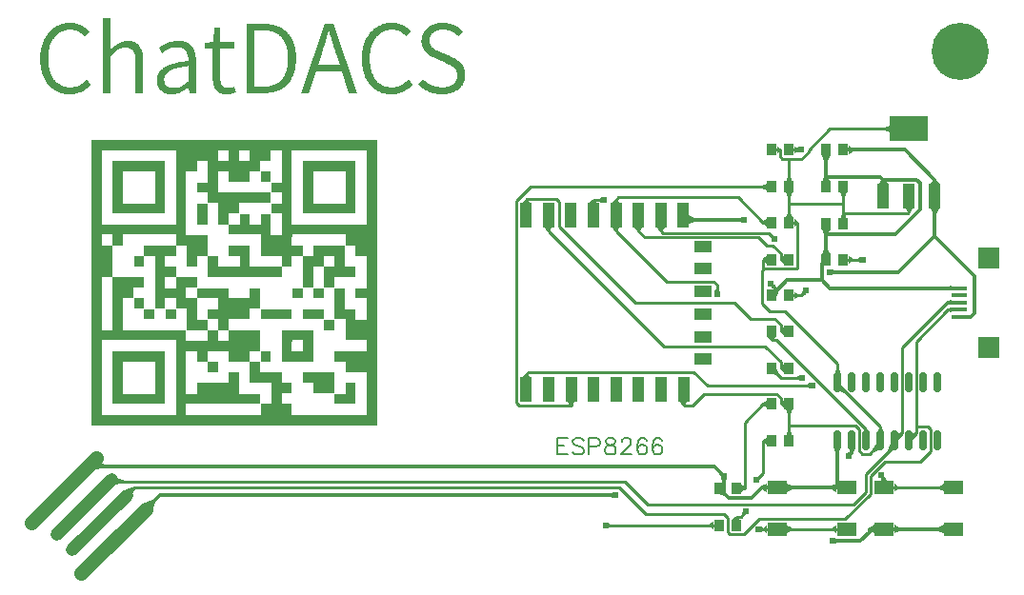
<source format=gtl>
G04 Layer: TopLayer*
G04 EasyEDA v6.3.21, 2020-02-02T17:40:02+08:00*
G04 1dbfad1c9a864778b0d2112e72029e1b,1a72cfc7dc544dba9386ef7e18e6054e,10*
G04 Gerber Generator version 0.2*
G04 Scale: 100 percent, Rotated: No, Reflected: No *
G04 Dimensions in inches *
G04 leading zeros omitted , absolute positions ,2 integer and 4 decimal *
%FSLAX24Y24*%
%MOIN*%
G90*
G70D02*

%ADD10C,0.010000*%
%ADD11C,0.012000*%
%ADD12C,0.051181*%
%ADD13C,0.043307*%
%ADD14C,0.027560*%
%ADD15C,0.008000*%
%ADD16C,0.024000*%
%ADD17R,0.070866X0.047240*%
%ADD18R,0.053150X0.015748*%
%ADD19R,0.074803X0.074803*%
%ADD20R,0.059055X0.039370*%
%ADD21R,0.039370X0.086614*%
%ADD22R,0.036610X0.038580*%
%ADD23R,0.137790X0.086614*%
%ADD24C,0.200000*%

%LPD*%

%LPD*%
G36*
G01X13000Y16100D02*
G01X3000Y16100D01*
G01X3000Y6100D01*
G01X13000Y6100D01*
G01X13000Y16100D01*
G37*

%LPC*%
G36*
G01X8533Y15733D02*
G01X8166Y15733D01*
G01X8166Y15367D01*
G01X8533Y15367D01*
G01X8533Y15733D01*
G37*
G36*
G01X7800Y15733D02*
G01X7433Y15733D01*
G01X7433Y15367D01*
G01X7800Y15367D01*
G01X7800Y15733D01*
G37*
G36*
G01X5966Y9100D02*
G01X3366Y9100D01*
G01X3366Y6467D01*
G01X5966Y6467D01*
G01X5966Y9100D01*
G37*
G36*
G01X12633Y15733D02*
G01X10000Y15733D01*
G01X10000Y13133D01*
G01X12633Y13133D01*
G01X12633Y15733D01*
G37*
G36*
G01X5966Y15733D02*
G01X3366Y15733D01*
G01X3366Y13133D01*
G01X5966Y13133D01*
G01X5966Y15733D01*
G37*
G36*
G01X9666Y15733D02*
G01X9266Y15733D01*
G01X9266Y15367D01*
G01X8900Y15367D01*
G01X8900Y15000D01*
G01X8533Y15000D01*
G01X8533Y14633D01*
G01X7800Y14633D01*
G01X7800Y15000D01*
G01X7433Y15000D01*
G01X7433Y14267D01*
G01X9266Y14267D01*
G01X9266Y13900D01*
G01X8166Y13900D01*
G01X8166Y13533D01*
G01X7800Y13533D01*
G01X7800Y13133D01*
G01X7433Y13133D01*
G01X7433Y13900D01*
G01X7066Y13900D01*
G01X7066Y14267D01*
G01X6700Y14267D01*
G01X6700Y14600D01*
G01X7066Y14600D01*
G01X7066Y15367D01*
G01X6700Y15367D01*
G01X6700Y15000D01*
G01X6300Y15000D01*
G01X6300Y12767D01*
G01X7066Y12767D01*
G01X7066Y12033D01*
G01X6700Y12033D01*
G01X6700Y11667D01*
G01X6333Y11667D01*
G01X6333Y12400D01*
G01X5966Y12400D01*
G01X5966Y12800D01*
G01X4100Y12800D01*
G01X4100Y12400D01*
G01X3733Y12400D01*
G01X3733Y12800D01*
G01X3366Y12800D01*
G01X3366Y12400D01*
G01X3733Y12400D01*
G01X3733Y11300D01*
G01X3366Y11300D01*
G01X3366Y9433D01*
G01X3733Y9433D01*
G01X3733Y11300D01*
G01X4833Y11300D01*
G01X4833Y10933D01*
G01X4466Y10933D01*
G01X4466Y10567D01*
G01X4100Y10567D01*
G01X4100Y9433D01*
G01X6300Y9433D01*
G01X6300Y9067D01*
G01X7066Y9067D01*
G01X7066Y9433D01*
G01X7433Y9433D01*
G01X7433Y9067D01*
G01X7800Y9067D01*
G01X7800Y9433D01*
G01X8900Y9433D01*
G01X8900Y8700D01*
G01X8533Y8700D01*
G01X8533Y8333D01*
G01X7800Y8333D01*
G01X7800Y8700D01*
G01X7066Y8700D01*
G01X7066Y8333D01*
G01X6700Y8333D01*
G01X6700Y8700D01*
G01X6300Y8700D01*
G01X6300Y7200D01*
G01X6700Y7200D01*
G01X6700Y7600D01*
G01X7800Y7600D01*
G01X7800Y7967D01*
G01X8166Y7967D01*
G01X8166Y7200D01*
G01X8900Y7200D01*
G01X8900Y6867D01*
G01X6300Y6867D01*
G01X6300Y6467D01*
G01X8933Y6467D01*
G01X8933Y6867D01*
G01X9300Y6867D01*
G01X9300Y7600D01*
G01X8533Y7600D01*
G01X8533Y8333D01*
G01X8900Y8333D01*
G01X8900Y7967D01*
G01X9666Y7967D01*
G01X9666Y7600D01*
G01X10000Y7600D01*
G01X10000Y7233D01*
G01X9666Y7233D01*
G01X9666Y6867D01*
G01X10000Y6867D01*
G01X10000Y6467D01*
G01X12633Y6467D01*
G01X12633Y7967D01*
G01X11900Y7967D01*
G01X11900Y8333D01*
G01X11500Y8333D01*
G01X11500Y8700D01*
G01X12633Y8700D01*
G01X12633Y9100D01*
G01X11900Y9100D01*
G01X11900Y9833D01*
G01X11500Y9833D01*
G01X11500Y10900D01*
G01X11866Y10900D01*
G01X11866Y10167D01*
G01X12233Y10167D01*
G01X12233Y9800D01*
G01X12633Y9800D01*
G01X12633Y10567D01*
G01X12233Y10567D01*
G01X12233Y10900D01*
G01X12633Y10900D01*
G01X12633Y12033D01*
G01X12233Y12033D01*
G01X12233Y12400D01*
G01X11900Y12400D01*
G01X11900Y12801D01*
G01X10016Y12783D01*
G01X10006Y12592D01*
G01X9996Y12400D01*
G01X10400Y12400D01*
G01X10400Y12033D01*
G01X10000Y12033D01*
G01X10000Y11667D01*
G01X9666Y11667D01*
G01X9666Y12033D01*
G01X8933Y12033D01*
G01X8933Y12800D01*
G01X7800Y12800D01*
G01X7800Y13133D01*
G01X8200Y13133D01*
G01X8200Y13500D01*
G01X8533Y13500D01*
G01X8533Y13133D01*
G01X8933Y13133D01*
G01X8933Y13500D01*
G01X9266Y13500D01*
G01X9266Y12767D01*
G01X9666Y12767D01*
G01X9666Y13533D01*
G01X9300Y13533D01*
G01X9300Y13867D01*
G01X9666Y13867D01*
G01X9666Y14267D01*
G01X9300Y14267D01*
G01X9300Y14600D01*
G01X9666Y14600D01*
G01X9666Y15733D01*
G37*

%LPD*%
G36*
G01X9266Y15000D02*
G01X8933Y15000D01*
G01X8933Y14633D01*
G01X9266Y14633D01*
G01X9266Y15000D01*
G37*

%LPD*%
G36*
G01X12233Y15367D02*
G01X10400Y15367D01*
G01X10400Y13533D01*
G01X12233Y13533D01*
G01X12233Y15367D01*
G37*

%LPC*%
G36*
G01X11900Y15000D02*
G01X10766Y15000D01*
G01X10766Y13867D01*
G01X11900Y13867D01*
G01X11900Y15000D01*
G37*

%LPD*%
G36*
G01X5566Y15367D02*
G01X3733Y15367D01*
G01X3733Y13533D01*
G01X5566Y13533D01*
G01X5566Y15367D01*
G37*

%LPC*%
G36*
G01X5233Y15000D02*
G01X4100Y15000D01*
G01X4100Y13867D01*
G01X5233Y13867D01*
G01X5233Y15000D01*
G37*

%LPD*%
G36*
G01X7066Y13867D02*
G01X6700Y13867D01*
G01X6700Y13133D01*
G01X7066Y13133D01*
G01X7066Y13867D01*
G37*

%LPD*%
G36*
G01X8533Y12400D02*
G01X7800Y12400D01*
G01X7800Y12033D01*
G01X8200Y12033D01*
G01X8200Y11667D01*
G01X7433Y11667D01*
G01X7433Y12033D01*
G01X7066Y12033D01*
G01X7066Y11300D01*
G01X9666Y11300D01*
G01X9666Y11667D01*
G01X8533Y11667D01*
G01X8533Y12400D01*
G37*

%LPD*%
G36*
G01X11866Y12400D02*
G01X10766Y12400D01*
G01X10766Y12033D01*
G01X10400Y12033D01*
G01X10400Y10933D01*
G01X10766Y10933D01*
G01X10766Y11667D01*
G01X11133Y11667D01*
G01X11133Y10933D01*
G01X11500Y10933D01*
G01X11500Y11300D01*
G01X12233Y11300D01*
G01X12233Y11667D01*
G01X11866Y11667D01*
G01X11866Y12400D01*
G37*

%LPC*%
G36*
G01X11500Y12033D02*
G01X11133Y12033D01*
G01X11133Y11667D01*
G01X11500Y11667D01*
G01X11500Y12033D01*
G37*

%LPD*%
G36*
G01X11133Y10900D02*
G01X10766Y10900D01*
G01X10766Y10567D01*
G01X11133Y10567D01*
G01X11133Y10900D01*
G37*

%LPD*%
G36*
G01X10400Y10900D02*
G01X10033Y10900D01*
G01X10033Y10567D01*
G01X10400Y10567D01*
G01X10400Y10900D01*
G37*

%LPD*%
G36*
G01X4833Y10567D02*
G01X4500Y10567D01*
G01X4500Y10200D01*
G01X4833Y10200D01*
G01X4833Y10567D01*
G37*

%LPD*%
G36*
G01X11133Y10167D02*
G01X10400Y10167D01*
G01X10400Y9833D01*
G01X11133Y9833D01*
G01X11133Y10167D01*
G37*

%LPD*%
G36*
G01X10000Y10167D02*
G01X8933Y10167D01*
G01X8933Y9833D01*
G01X10000Y9833D01*
G01X10000Y10167D01*
G37*

%LPD*%
G36*
G01X5966Y10167D02*
G01X5600Y10167D01*
G01X5600Y9833D01*
G01X5966Y9833D01*
G01X5966Y10167D01*
G37*

%LPD*%
G36*
G01X5200Y10167D02*
G01X4833Y10167D01*
G01X4833Y9833D01*
G01X5200Y9833D01*
G01X5200Y10167D01*
G37*

%LPD*%
G36*
G01X11500Y9800D02*
G01X11133Y9800D01*
G01X11133Y9433D01*
G01X11500Y9433D01*
G01X11500Y9800D01*
G37*

%LPD*%
G36*
G01X5966Y12400D02*
G01X4833Y12400D01*
G01X4833Y12033D01*
G01X4500Y12033D01*
G01X4500Y11667D01*
G01X4833Y11667D01*
G01X4833Y12033D01*
G01X5233Y12033D01*
G01X5233Y10200D01*
G01X5566Y10200D01*
G01X5566Y10567D01*
G01X5966Y10567D01*
G01X5966Y10200D01*
G01X6333Y10200D01*
G01X6333Y9433D01*
G01X7066Y9433D01*
G01X7066Y9800D01*
G01X6700Y9800D01*
G01X6700Y10567D01*
G01X7433Y10567D01*
G01X7433Y10167D01*
G01X7066Y10167D01*
G01X7066Y9833D01*
G01X7433Y9833D01*
G01X7433Y9433D01*
G01X7800Y9433D01*
G01X7800Y9833D01*
G01X8533Y9833D01*
G01X8533Y10200D01*
G01X8900Y10200D01*
G01X8900Y10900D01*
G01X8533Y10900D01*
G01X8533Y10567D01*
G01X7800Y10567D01*
G01X7800Y10900D01*
G01X6700Y10900D01*
G01X6700Y10567D01*
G01X6300Y10567D01*
G01X6300Y10933D01*
G01X6700Y10933D01*
G01X6700Y11300D01*
G01X5966Y11300D01*
G01X5966Y11667D01*
G01X5566Y11667D01*
G01X5566Y12033D01*
G01X5966Y12033D01*
G01X5966Y12400D01*
G37*

%LPC*%
G36*
G01X5966Y11300D02*
G01X5566Y11300D01*
G01X5566Y10900D01*
G01X5966Y10900D01*
G01X5966Y11300D01*
G37*

%LPD*%
G36*
G01X9266Y8700D02*
G01X8933Y8700D01*
G01X8933Y8333D01*
G01X9266Y8333D01*
G01X9266Y8700D01*
G37*

%LPD*%
G36*
G01X10766Y9433D02*
G01X9666Y9433D01*
G01X9666Y8333D01*
G01X10766Y8333D01*
G01X10766Y9433D01*
G37*

%LPC*%
G36*
G01X10400Y9100D02*
G01X10222Y9100D01*
G01X10185Y9099D01*
G01X10151Y9098D01*
G01X10119Y9096D01*
G01X10090Y9093D01*
G01X10065Y9090D01*
G01X10044Y9086D01*
G01X10030Y9082D01*
G01X10022Y9078D01*
G01X10017Y9070D01*
G01X10013Y9055D01*
G01X10009Y9035D01*
G01X10006Y9010D01*
G01X10003Y8981D01*
G01X10001Y8948D01*
G01X10000Y8914D01*
G01X10000Y8700D01*
G01X10400Y8700D01*
G01X10400Y9100D01*
G37*

%LPD*%
G36*
G01X7433Y8333D02*
G01X7066Y8333D01*
G01X7066Y7967D01*
G01X7433Y7967D01*
G01X7433Y8333D01*
G37*

%LPD*%
G36*
G01X11500Y7967D02*
G01X10400Y7967D01*
G01X10400Y7600D01*
G01X10766Y7600D01*
G01X10766Y7233D01*
G01X11500Y7233D01*
G01X11500Y7967D01*
G37*

%LPD*%
G36*
G01X5566Y8700D02*
G01X3733Y8700D01*
G01X3733Y6867D01*
G01X5566Y6867D01*
G01X5566Y8700D01*
G37*

%LPC*%
G36*
G01X5233Y8333D02*
G01X4100Y8333D01*
G01X4100Y7200D01*
G01X5233Y7200D01*
G01X5233Y8333D01*
G37*

%LPD*%
G36*
G01X12233Y7600D02*
G01X11900Y7600D01*
G01X11900Y7200D01*
G01X11500Y7200D01*
G01X11500Y6867D01*
G01X12233Y6867D01*
G01X12233Y7600D01*
G37*

%LPD*%
G54D11*
G01X30218Y2471D02*
G01X30218Y2372D01*
G01X29893Y2047D01*
G01X28930Y2047D01*
G54D10*
G01X29603Y5576D02*
G01X29603Y5158D01*
G01X29482Y5038D01*
G01X26800Y8099D02*
G01X27127Y7772D01*
G01X27862Y7772D01*
G01X26800Y14449D02*
G01X18362Y14449D01*
G01X17861Y13948D01*
G01X17861Y6884D01*
G01X17949Y6795D01*
G01X19769Y6795D01*
G01X19778Y6804D01*
G01X19778Y7347D02*
G01X19778Y6804D01*
G01X27113Y9399D02*
G01X27113Y9619D01*
G01X26906Y9826D01*
G01X26050Y9826D01*
G01X25482Y10394D01*
G01X22021Y10394D01*
G01X19352Y13063D01*
G01X19352Y13942D01*
G01X19267Y14026D01*
G01X18230Y14026D01*
G01X18199Y13996D01*
G01X27407Y9399D02*
G01X27113Y9399D01*
G01X18199Y13452D02*
G01X18199Y13996D01*
G01X18986Y12908D02*
G01X23029Y8866D01*
G01X26566Y8866D01*
G01X27113Y8319D01*
G01X27113Y8099D01*
G01X18986Y13452D02*
G01X18986Y12908D01*
G01X27407Y8099D02*
G01X27113Y8099D01*
G01X22136Y13452D02*
G01X22136Y12909D01*
G01X27407Y11899D02*
G01X27113Y11899D01*
G01X27113Y11899D02*
G01X27113Y12119D01*
G01X26840Y12392D01*
G01X26612Y12392D01*
G01X26319Y12685D01*
G01X22360Y12685D01*
G01X22136Y12909D01*
G01X33350Y10153D02*
G01X32973Y10153D01*
G01X31603Y5576D02*
G01X31853Y5826D01*
G01X31853Y6064D01*
G01X31853Y6064D02*
G01X31853Y9032D01*
G01X32973Y10153D01*
G01X3270Y2711D02*
G01X4484Y3925D01*
G01X21469Y3925D01*
G01X22396Y2998D01*
G01X25132Y2998D01*
G01X25263Y2867D01*
G01X25263Y2361D01*
G01X25330Y2294D01*
G01X25841Y2294D01*
G01X26366Y2819D01*
G01X29376Y2819D01*
G01X30267Y3709D01*
G01X30267Y4337D01*
G01X30768Y4837D01*
G01X31999Y4837D01*
G01X32353Y5191D01*
G01X32353Y5962D01*
G01X32251Y6064D01*
G01X31853Y6064D01*
G01X26506Y5549D02*
G01X26506Y4425D01*
G01X26271Y4190D01*
G01X25896Y3085D02*
G01X25715Y2904D01*
G01X25557Y2904D01*
G01X25557Y2600D02*
G01X25557Y2904D01*
G01X26800Y5549D02*
G01X26506Y5549D01*
G01X26800Y6849D02*
G01X26506Y6849D01*
G01X25557Y3900D02*
G01X25851Y3900D01*
G01X25851Y3900D02*
G01X25851Y6194D01*
G01X26506Y6849D01*
G01X20561Y13452D02*
G01X20561Y13996D01*
G01X20561Y13996D02*
G01X20921Y13996D01*
G01X24950Y2598D02*
G01X20981Y2598D01*
G01X33173Y3928D02*
G01X30732Y3928D01*
G01X18202Y7891D02*
G01X18287Y7976D01*
G01X24068Y7976D01*
G01X24545Y7499D01*
G01X28214Y7499D01*
G01X18202Y7347D02*
G01X18202Y7891D01*
G01X30732Y3928D02*
G01X30732Y4243D01*
G01X30616Y4359D01*
G01X29307Y11900D02*
G01X29987Y11900D01*
G01X27407Y15749D02*
G01X27822Y15749D01*
G01X26982Y2471D02*
G01X29423Y2471D01*
G01X26800Y13199D02*
G01X26506Y13199D01*
G01X21349Y13724D02*
G01X21349Y13996D01*
G01X21349Y13724D02*
G01X21349Y13452D01*
G01X26341Y2467D02*
G01X26513Y2467D01*
G01X26517Y2471D01*
G01X26982Y2471D02*
G01X26517Y2471D01*
G01X21349Y13452D02*
G01X21349Y12908D01*
G01X21349Y12908D02*
G01X23138Y11119D01*
G01X24777Y11119D01*
G01X24882Y11014D01*
G01X24882Y10699D01*
G01X21349Y13996D02*
G01X21443Y14090D01*
G01X25614Y14090D01*
G01X26506Y13199D01*
G54D11*
G01X30697Y14119D02*
G01X30697Y14712D01*
G01X28700Y14809D02*
G01X30600Y14809D01*
G01X30697Y14712D01*
G01X28700Y15748D02*
G01X28700Y14809D01*
G01X28700Y14809D02*
G01X28700Y14448D01*
G01X33350Y10912D02*
G01X32924Y10912D01*
G01X26725Y3928D02*
G01X26468Y3928D01*
G01X26982Y3928D02*
G01X26725Y3928D01*
G01X29103Y5576D02*
G01X29103Y3928D01*
G01X29423Y3928D02*
G01X29103Y3928D01*
G01X29103Y3928D02*
G01X26982Y3928D01*
G01X24950Y3898D02*
G01X25125Y3898D01*
G01X26468Y3928D02*
G01X26086Y3547D01*
G01X25301Y3547D01*
G01X25125Y3722D01*
G01X25125Y3898D01*
G01X28700Y12784D02*
G01X31125Y12784D01*
G01X31988Y13647D01*
G01X31988Y14599D01*
G01X31875Y14712D01*
G01X30697Y14712D01*
G01X28700Y11898D02*
G01X28700Y12784D01*
G01X28700Y12784D02*
G01X28700Y13148D01*
G01X33173Y2471D02*
G01X30732Y2471D01*
G01X30732Y2471D02*
G01X30218Y2471D01*
G01X25125Y3898D02*
G01X25125Y4323D01*
G01X25125Y4323D02*
G01X24795Y4653D01*
G01X2846Y4653D01*
G01X2032Y3838D01*
G01X28558Y11190D02*
G01X28558Y11756D01*
G01X28700Y11898D01*
G01X32924Y10912D02*
G01X28837Y10912D01*
G01X28558Y11190D01*
G01X26800Y10649D02*
G01X26987Y10836D01*
G01X26987Y10836D02*
G01X27341Y11190D01*
G01X28558Y11190D01*
G01X26987Y10836D02*
G01X26758Y11064D01*
G01X25842Y13297D02*
G01X23865Y13297D01*
G01X23710Y13452D01*
G54D10*
G01X27407Y10649D02*
G01X27841Y10649D01*
G01X28008Y10815D01*
G01X26911Y12623D02*
G01X26687Y12846D01*
G01X22985Y12846D01*
G01X22924Y12908D01*
G01X22924Y13452D02*
G01X22924Y12908D01*
G54D11*
G01X33350Y9900D02*
G01X33776Y9900D01*
G01X32508Y14712D02*
G01X31471Y15750D01*
G01X29307Y15750D01*
G01X32508Y14119D02*
G01X32508Y14712D01*
G01X33776Y9900D02*
G01X33910Y10034D01*
G01X33910Y11342D01*
G01X32508Y12744D01*
G01X32508Y12744D02*
G01X32508Y14119D01*
G01X3772Y2042D02*
G01X5383Y3654D01*
G01X21316Y3654D01*
G01X32508Y12744D02*
G01X31242Y11477D01*
G01X28838Y11477D01*
G54D10*
G01X33350Y10406D02*
G01X32931Y10406D01*
G01X31353Y8827D01*
G01X31353Y5826D01*
G01X31103Y5576D01*
G01X2728Y3253D02*
G01X3588Y4114D01*
G01X21655Y4114D01*
G01X22454Y3315D01*
G01X29645Y3315D01*
G01X30106Y3776D01*
G01X30106Y4403D01*
G01X31103Y5400D01*
G01X31103Y5400D01*
G01X31103Y5576D01*
G01X27113Y6849D02*
G01X27113Y7069D01*
G01X26974Y7208D01*
G01X24428Y7208D01*
G01X24023Y6803D01*
G01X23715Y6803D01*
G01X27407Y6849D02*
G01X27113Y6849D01*
G01X23715Y7347D02*
G01X23715Y6803D01*
G01X31603Y14119D02*
G01X31603Y13575D01*
G01X29307Y13535D02*
G01X31563Y13535D01*
G01X31603Y13575D01*
G01X29307Y13535D02*
G01X29307Y13150D01*
G01X27407Y13199D02*
G01X27407Y13864D01*
G01X29307Y13864D02*
G01X27407Y13864D01*
G01X29307Y14450D02*
G01X29307Y13864D01*
G01X29307Y13864D02*
G01X29307Y13535D01*
G01X30603Y5576D02*
G01X30603Y6056D01*
G01X29103Y7556D01*
G01X29103Y7624D01*
G01X26800Y11899D02*
G01X26506Y11899D01*
G01X27407Y6085D02*
G01X29739Y6085D01*
G01X29853Y5972D01*
G01X29853Y5231D01*
G01X29977Y5108D01*
G01X30224Y5108D01*
G01X30603Y5486D01*
G01X30603Y5576D01*
G01X27407Y5549D02*
G01X27407Y6085D01*
G01X27407Y6085D02*
G01X27407Y6849D01*
G01X27407Y13199D02*
G01X27701Y13199D01*
G01X26800Y15749D02*
G01X27094Y15749D01*
G01X27407Y13864D02*
G01X27407Y14449D01*
G01X27407Y14449D02*
G01X27407Y15445D01*
G01X27407Y15445D02*
G01X27177Y15445D01*
G01X27094Y15528D01*
G01X27094Y15749D01*
G01X31603Y16481D02*
G01X28826Y16481D01*
G01X28078Y15733D01*
G01X28078Y15678D01*
G01X27844Y15445D01*
G01X27407Y15445D01*
G01X29103Y7624D02*
G01X29103Y8256D01*
G01X27260Y10099D01*
G01X26712Y10099D01*
G01X26453Y10358D01*
G01X26453Y11512D01*
G01X26522Y11581D01*
G01X26506Y11899D02*
G01X26506Y11597D01*
G01X26522Y11581D01*
G01X26522Y11581D02*
G01X27671Y11581D01*
G01X27701Y11610D01*
G01X27701Y13199D01*
G01X30103Y5576D02*
G01X30103Y5950D01*
G01X26958Y9095D01*
G01X26800Y9095D01*
G01X26800Y9399D02*
G01X26800Y9095D01*
G54D12*
G01X904Y2711D02*
G01X3159Y4966D01*
G01X2644Y915D02*
G01X4899Y3170D01*
G54D13*
G01X1767Y2293D02*
G01X3688Y4214D01*
G01X2310Y1750D02*
G01X4231Y3671D01*
G54D14*
G01X29103Y5792D02*
G01X29103Y5359D01*
G01X31103Y5792D02*
G01X31103Y5359D01*
G01X31603Y5792D02*
G01X31603Y5359D01*
G01X30603Y5792D02*
G01X30603Y5359D01*
G01X30103Y5792D02*
G01X30103Y5359D01*
G01X30103Y7840D02*
G01X30103Y7407D01*
G01X31603Y7840D02*
G01X31603Y7407D01*
G01X31103Y7840D02*
G01X31103Y7407D01*
G01X30603Y7840D02*
G01X30603Y7407D01*
G01X32103Y7840D02*
G01X32103Y7407D01*
G01X32603Y7840D02*
G01X32603Y7407D01*
G01X32603Y5792D02*
G01X32603Y5359D01*
G01X32103Y5792D02*
G01X32103Y5359D01*
G01X29603Y7840D02*
G01X29603Y7407D01*
G01X29103Y7840D02*
G01X29103Y7407D01*
G01X29603Y5792D02*
G01X29603Y5359D01*

%LPD*%
G36*
G01X11454Y20156D02*
G01X11154Y20156D01*
G01X10329Y17740D01*
G01X10604Y17740D01*
G01X10851Y18502D01*
G01X11752Y18502D01*
G01X11993Y17740D01*
G01X12283Y17740D01*
G01X11454Y20156D01*
G37*

%LPC*%
G36*
G01X11307Y19928D02*
G01X11293Y19928D01*
G01X11279Y19880D01*
G01X11273Y19857D01*
G01X11260Y19810D01*
G01X11240Y19740D01*
G01X11233Y19717D01*
G01X11227Y19695D01*
G01X11213Y19649D01*
G01X11207Y19626D01*
G01X11200Y19604D01*
G01X11193Y19581D01*
G01X11186Y19559D01*
G01X11179Y19536D01*
G01X11152Y19446D01*
G01X11145Y19424D01*
G01X11139Y19402D01*
G01X11132Y19379D01*
G01X11104Y19290D01*
G01X11096Y19267D01*
G01X11089Y19245D01*
G01X11082Y19222D01*
G01X11075Y19200D01*
G01X11068Y19177D01*
G01X11060Y19155D01*
G01X11046Y19109D01*
G01X10921Y18717D01*
G01X11683Y18717D01*
G01X11557Y19109D01*
G01X11541Y19155D01*
G01X11534Y19177D01*
G01X11526Y19200D01*
G01X11519Y19223D01*
G01X11512Y19245D01*
G01X11497Y19290D01*
G01X11490Y19313D01*
G01X11483Y19335D01*
G01X11476Y19358D01*
G01X11455Y19425D01*
G01X11448Y19447D01*
G01X11441Y19470D01*
G01X11435Y19492D01*
G01X11428Y19515D01*
G01X11421Y19537D01*
G01X11414Y19560D01*
G01X11401Y19605D01*
G01X11394Y19628D01*
G01X11387Y19650D01*
G01X11381Y19673D01*
G01X11360Y19742D01*
G01X11354Y19765D01*
G01X11340Y19811D01*
G01X11334Y19834D01*
G01X11327Y19857D01*
G01X11320Y19881D01*
G01X11307Y19928D01*
G37*

%LPD*%
G36*
G01X9052Y20156D02*
G01X8432Y20156D01*
G01X8432Y17740D01*
G01X9062Y17740D01*
G01X9087Y17741D01*
G01X9113Y17742D01*
G01X9138Y17743D01*
G01X9163Y17745D01*
G01X9187Y17747D01*
G01X9212Y17749D01*
G01X9235Y17752D01*
G01X9259Y17756D01*
G01X9283Y17759D01*
G01X9306Y17763D01*
G01X9328Y17768D01*
G01X9351Y17772D01*
G01X9373Y17778D01*
G01X9395Y17783D01*
G01X9416Y17789D01*
G01X9438Y17795D01*
G01X9459Y17802D01*
G01X9479Y17809D01*
G01X9500Y17816D01*
G01X9520Y17824D01*
G01X9539Y17832D01*
G01X9559Y17840D01*
G01X9597Y17858D01*
G01X9615Y17867D01*
G01X9634Y17877D01*
G01X9651Y17887D01*
G01X9669Y17898D01*
G01X9686Y17908D01*
G01X9703Y17920D01*
G01X9720Y17931D01*
G01X9736Y17943D01*
G01X9753Y17955D01*
G01X9768Y17968D01*
G01X9784Y17980D01*
G01X9799Y17994D01*
G01X9814Y18007D01*
G01X9842Y18035D01*
G01X9856Y18050D01*
G01X9870Y18064D01*
G01X9883Y18080D01*
G01X9896Y18095D01*
G01X9909Y18111D01*
G01X9933Y18143D01*
G01X9945Y18160D01*
G01X9967Y18194D01*
G01X9989Y18230D01*
G01X9999Y18248D01*
G01X10009Y18267D01*
G01X10036Y18324D01*
G01X10045Y18344D01*
G01X10053Y18364D01*
G01X10061Y18385D01*
G01X10069Y18405D01*
G01X10083Y18447D01*
G01X10089Y18469D01*
G01X10096Y18491D01*
G01X10102Y18513D01*
G01X10107Y18535D01*
G01X10113Y18558D01*
G01X10118Y18581D01*
G01X10122Y18604D01*
G01X10127Y18628D01*
G01X10135Y18676D01*
G01X10138Y18700D01*
G01X10141Y18725D01*
G01X10144Y18749D01*
G01X10147Y18775D01*
G01X10149Y18800D01*
G01X10151Y18826D01*
G01X10154Y18904D01*
G01X10154Y19012D01*
G01X10151Y19090D01*
G01X10149Y19116D01*
G01X10147Y19141D01*
G01X10141Y19191D01*
G01X10135Y19239D01*
G01X10127Y19287D01*
G01X10122Y19310D01*
G01X10118Y19333D01*
G01X10113Y19356D01*
G01X10107Y19379D01*
G01X10102Y19401D01*
G01X10096Y19423D01*
G01X10089Y19444D01*
G01X10083Y19465D01*
G01X10076Y19486D01*
G01X10068Y19507D01*
G01X10061Y19527D01*
G01X10053Y19548D01*
G01X10045Y19567D01*
G01X10036Y19587D01*
G01X10018Y19625D01*
G01X10008Y19643D01*
G01X9998Y19662D01*
G01X9988Y19680D01*
G01X9978Y19697D01*
G01X9956Y19731D01*
G01X9932Y19765D01*
G01X9920Y19781D01*
G01X9908Y19796D01*
G01X9895Y19812D01*
G01X9869Y19842D01*
G01X9827Y19884D01*
G01X9812Y19897D01*
G01X9797Y19911D01*
G01X9782Y19923D01*
G01X9766Y19936D01*
G01X9734Y19960D01*
G01X9718Y19971D01*
G01X9701Y19983D01*
G01X9684Y19993D01*
G01X9666Y20004D01*
G01X9649Y20014D01*
G01X9630Y20024D01*
G01X9612Y20033D01*
G01X9555Y20060D01*
G01X9515Y20076D01*
G01X9475Y20090D01*
G01X9454Y20097D01*
G01X9433Y20103D01*
G01X9389Y20115D01*
G01X9345Y20125D01*
G01X9322Y20129D01*
G01X9299Y20134D01*
G01X9276Y20138D01*
G01X9204Y20147D01*
G01X9129Y20153D01*
G01X9104Y20154D01*
G01X9052Y20156D01*
G37*

%LPC*%
G36*
G01X9028Y19931D02*
G01X8706Y19931D01*
G01X8706Y17964D01*
G01X9028Y17964D01*
G01X9054Y17965D01*
G01X9079Y17966D01*
G01X9127Y17970D01*
G01X9175Y17976D01*
G01X9197Y17979D01*
G01X9220Y17983D01*
G01X9264Y17993D01*
G01X9285Y17998D01*
G01X9307Y18004D01*
G01X9367Y18025D01*
G01X9387Y18033D01*
G01X9425Y18049D01*
G01X9443Y18058D01*
G01X9461Y18068D01*
G01X9495Y18088D01*
G01X9529Y18110D01*
G01X9545Y18122D01*
G01X9575Y18146D01*
G01X9590Y18159D01*
G01X9604Y18172D01*
G01X9619Y18186D01*
G01X9632Y18200D01*
G01X9646Y18215D01*
G01X9659Y18230D01*
G01X9671Y18245D01*
G01X9695Y18277D01*
G01X9706Y18293D01*
G01X9728Y18327D01*
G01X9748Y18363D01*
G01X9758Y18382D01*
G01X9767Y18400D01*
G01X9776Y18420D01*
G01X9784Y18439D01*
G01X9800Y18479D01*
G01X9814Y18521D01*
G01X9820Y18542D01*
G01X9832Y18586D01*
G01X9837Y18609D01*
G01X9842Y18631D01*
G01X9847Y18655D01*
G01X9851Y18678D01*
G01X9859Y18726D01*
G01X9862Y18750D01*
G01X9865Y18775D01*
G01X9867Y18800D01*
G01X9871Y18852D01*
G01X9873Y18904D01*
G01X9873Y18931D01*
G01X9874Y18958D01*
G01X9873Y18985D01*
G01X9873Y19012D01*
G01X9871Y19064D01*
G01X9869Y19090D01*
G01X9865Y19140D01*
G01X9862Y19165D01*
G01X9859Y19189D01*
G01X9851Y19237D01*
G01X9847Y19260D01*
G01X9842Y19283D01*
G01X9832Y19327D01*
G01X9826Y19349D01*
G01X9814Y19391D01*
G01X9807Y19412D01*
G01X9800Y19432D01*
G01X9784Y19472D01*
G01X9776Y19491D01*
G01X9767Y19510D01*
G01X9758Y19528D01*
G01X9738Y19564D01*
G01X9728Y19581D01*
G01X9717Y19598D01*
G01X9695Y19630D01*
G01X9683Y19646D01*
G01X9659Y19676D01*
G01X9646Y19690D01*
G01X9632Y19704D01*
G01X9619Y19718D01*
G01X9604Y19731D01*
G01X9590Y19744D01*
G01X9575Y19757D01*
G01X9560Y19769D01*
G01X9545Y19780D01*
G01X9529Y19791D01*
G01X9512Y19802D01*
G01X9461Y19832D01*
G01X9425Y19850D01*
G01X9387Y19866D01*
G01X9327Y19887D01*
G01X9307Y19893D01*
G01X9285Y19898D01*
G01X9264Y19903D01*
G01X9220Y19913D01*
G01X9197Y19916D01*
G01X9175Y19920D01*
G01X9151Y19923D01*
G01X9079Y19929D01*
G01X9054Y19930D01*
G01X9028Y19931D01*
G37*

%LPD*%
G36*
G01X3677Y20367D02*
G01X3410Y20367D01*
G01X3410Y17740D01*
G01X3677Y17740D01*
G01X3677Y19044D01*
G01X3699Y19067D01*
G01X3722Y19090D01*
G01X3744Y19111D01*
G01X3765Y19132D01*
G01X3787Y19151D01*
G01X3808Y19170D01*
G01X3828Y19187D01*
G01X3849Y19204D01*
G01X3869Y19220D01*
G01X3909Y19248D01*
G01X3929Y19261D01*
G01X3950Y19272D01*
G01X3970Y19283D01*
G01X3990Y19293D01*
G01X4010Y19301D01*
G01X4031Y19309D01*
G01X4052Y19316D01*
G01X4073Y19321D01*
G01X4095Y19326D01*
G01X4116Y19329D01*
G01X4139Y19332D01*
G01X4161Y19333D01*
G01X4185Y19334D01*
G01X4207Y19334D01*
G01X4251Y19330D01*
G01X4271Y19327D01*
G01X4291Y19323D01*
G01X4309Y19318D01*
G01X4327Y19312D01*
G01X4344Y19305D01*
G01X4361Y19297D01*
G01X4391Y19279D01*
G01X4405Y19268D01*
G01X4419Y19256D01*
G01X4443Y19230D01*
G01X4454Y19215D01*
G01X4474Y19183D01*
G01X4483Y19165D01*
G01X4499Y19127D01*
G01X4506Y19106D01*
G01X4512Y19084D01*
G01X4517Y19061D01*
G01X4522Y19037D01*
G01X4526Y19012D01*
G01X4530Y18986D01*
G01X4533Y18959D01*
G01X4535Y18930D01*
G01X4536Y18901D01*
G01X4537Y18871D01*
G01X4538Y18839D01*
G01X4538Y17740D01*
G01X4809Y17740D01*
G01X4809Y18872D01*
G01X4808Y18903D01*
G01X4808Y18933D01*
G01X4804Y18991D01*
G01X4802Y19019D01*
G01X4799Y19046D01*
G01X4795Y19073D01*
G01X4791Y19099D01*
G01X4787Y19124D01*
G01X4782Y19149D01*
G01X4776Y19173D01*
G01X4770Y19196D01*
G01X4763Y19219D01*
G01X4755Y19240D01*
G01X4747Y19262D01*
G01X4739Y19282D01*
G01X4730Y19302D01*
G01X4710Y19340D01*
G01X4688Y19374D01*
G01X4676Y19391D01*
G01X4650Y19421D01*
G01X4637Y19435D01*
G01X4622Y19449D01*
G01X4608Y19462D01*
G01X4592Y19474D01*
G01X4560Y19496D01*
G01X4542Y19506D01*
G01X4525Y19515D01*
G01X4487Y19531D01*
G01X4468Y19538D01*
G01X4426Y19550D01*
G01X4405Y19555D01*
G01X4383Y19559D01*
G01X4337Y19565D01*
G01X4313Y19567D01*
G01X4289Y19568D01*
G01X4264Y19568D01*
G01X4212Y19566D01*
G01X4187Y19563D01*
G01X4163Y19560D01*
G01X4115Y19550D01*
G01X4092Y19544D01*
G01X4069Y19537D01*
G01X4046Y19529D01*
G01X4002Y19511D01*
G01X3980Y19501D01*
G01X3959Y19490D01*
G01X3917Y19466D01*
G01X3897Y19454D01*
G01X3837Y19412D01*
G01X3817Y19397D01*
G01X3798Y19382D01*
G01X3741Y19334D01*
G01X3722Y19317D01*
G01X3704Y19300D01*
G01X3685Y19283D01*
G01X3667Y19265D01*
G01X3677Y19638D01*
G01X3677Y20367D01*
G37*

%LPD*%
G36*
G01X15316Y20198D02*
G01X15263Y20198D01*
G01X15237Y20197D01*
G01X15210Y20195D01*
G01X15185Y20193D01*
G01X15159Y20190D01*
G01X15134Y20186D01*
G01X15110Y20182D01*
G01X15085Y20177D01*
G01X15061Y20171D01*
G01X15038Y20165D01*
G01X14992Y20151D01*
G01X14948Y20135D01*
G01X14926Y20126D01*
G01X14906Y20116D01*
G01X14885Y20106D01*
G01X14865Y20095D01*
G01X14846Y20084D01*
G01X14808Y20060D01*
G01X14772Y20034D01*
G01X14756Y20020D01*
G01X14739Y20006D01*
G01X14724Y19991D01*
G01X14708Y19976D01*
G01X14694Y19961D01*
G01X14680Y19945D01*
G01X14666Y19928D01*
G01X14654Y19911D01*
G01X14641Y19894D01*
G01X14619Y19858D01*
G01X14609Y19840D01*
G01X14591Y19802D01*
G01X14583Y19782D01*
G01X14569Y19742D01*
G01X14563Y19721D01*
G01X14558Y19700D01*
G01X14554Y19679D01*
G01X14550Y19657D01*
G01X14547Y19635D01*
G01X14545Y19613D01*
G01X14544Y19591D01*
G01X14544Y19539D01*
G01X14546Y19511D01*
G01X14549Y19484D01*
G01X14553Y19457D01*
G01X14558Y19431D01*
G01X14564Y19407D01*
G01X14580Y19359D01*
G01X14589Y19337D01*
G01X14599Y19315D01*
G01X14621Y19273D01*
G01X14634Y19254D01*
G01X14647Y19234D01*
G01X14660Y19216D01*
G01X14675Y19198D01*
G01X14690Y19181D01*
G01X14705Y19165D01*
G01X14721Y19149D01*
G01X14738Y19133D01*
G01X14755Y19119D01*
G01X14772Y19104D01*
G01X14790Y19091D01*
G01X14808Y19077D01*
G01X14826Y19065D01*
G01X14864Y19041D01*
G01X14921Y19008D01*
G01X14940Y18998D01*
G01X14959Y18989D01*
G01X14979Y18980D01*
G01X15017Y18962D01*
G01X15035Y18954D01*
G01X15385Y18799D01*
G01X15433Y18777D01*
G01X15457Y18767D01*
G01X15503Y18745D01*
G01X15547Y18723D01*
G01X15567Y18712D01*
G01X15588Y18700D01*
G01X15626Y18676D01*
G01X15644Y18663D01*
G01X15661Y18650D01*
G01X15678Y18636D01*
G01X15693Y18622D01*
G01X15708Y18607D01*
G01X15721Y18591D01*
G01X15734Y18574D01*
G01X15746Y18557D01*
G01X15756Y18539D01*
G01X15766Y18519D01*
G01X15774Y18499D01*
G01X15781Y18478D01*
G01X15787Y18455D01*
G01X15791Y18432D01*
G01X15795Y18407D01*
G01X15797Y18381D01*
G01X15797Y18331D01*
G01X15795Y18308D01*
G01X15792Y18286D01*
G01X15788Y18265D01*
G01X15783Y18244D01*
G01X15777Y18224D01*
G01X15761Y18184D01*
G01X15752Y18166D01*
G01X15741Y18148D01*
G01X15729Y18130D01*
G01X15716Y18113D01*
G01X15703Y18097D01*
G01X15688Y18082D01*
G01X15672Y18067D01*
G01X15656Y18053D01*
G01X15620Y18027D01*
G01X15600Y18015D01*
G01X15579Y18004D01*
G01X15558Y17994D01*
G01X15536Y17985D01*
G01X15513Y17976D01*
G01X15489Y17968D01*
G01X15464Y17961D01*
G01X15438Y17955D01*
G01X15412Y17950D01*
G01X15356Y17942D01*
G01X15327Y17940D01*
G01X15297Y17938D01*
G01X15242Y17938D01*
G01X15218Y17939D01*
G01X15194Y17941D01*
G01X15171Y17943D01*
G01X15147Y17947D01*
G01X15123Y17950D01*
G01X15077Y17960D01*
G01X15053Y17965D01*
G01X15031Y17971D01*
G01X15008Y17978D01*
G01X14985Y17986D01*
G01X14941Y18002D01*
G01X14919Y18011D01*
G01X14897Y18021D01*
G01X14876Y18031D01*
G01X14854Y18042D01*
G01X14833Y18053D01*
G01X14813Y18065D01*
G01X14792Y18078D01*
G01X14772Y18090D01*
G01X14752Y18104D01*
G01X14714Y18132D01*
G01X14676Y18162D01*
G01X14658Y18178D01*
G01X14641Y18194D01*
G01X14623Y18211D01*
G01X14606Y18228D01*
G01X14590Y18245D01*
G01X14425Y18057D01*
G01X14440Y18041D01*
G01X14456Y18024D01*
G01X14473Y18009D01*
G01X14489Y17993D01*
G01X14523Y17963D01*
G01X14577Y17921D01*
G01X14595Y17908D01*
G01X14614Y17894D01*
G01X14633Y17882D01*
G01X14652Y17869D01*
G01X14671Y17858D01*
G01X14691Y17846D01*
G01X14710Y17835D01*
G01X14731Y17824D01*
G01X14751Y17814D01*
G01X14793Y17794D01*
G01X14835Y17776D01*
G01X14879Y17760D01*
G01X14902Y17753D01*
G01X14924Y17746D01*
G01X14947Y17739D01*
G01X14993Y17727D01*
G01X15016Y17722D01*
G01X15040Y17717D01*
G01X15088Y17709D01*
G01X15112Y17706D01*
G01X15137Y17703D01*
G01X15161Y17701D01*
G01X15186Y17699D01*
G01X15212Y17698D01*
G01X15237Y17697D01*
G01X15291Y17697D01*
G01X15319Y17698D01*
G01X15347Y17700D01*
G01X15374Y17702D01*
G01X15401Y17705D01*
G01X15428Y17709D01*
G01X15454Y17713D01*
G01X15479Y17717D01*
G01X15504Y17723D01*
G01X15529Y17728D01*
G01X15577Y17742D01*
G01X15600Y17749D01*
G01X15623Y17757D01*
G01X15645Y17766D01*
G01X15666Y17775D01*
G01X15688Y17785D01*
G01X15709Y17795D01*
G01X15749Y17817D01*
G01X15768Y17828D01*
G01X15786Y17840D01*
G01X15822Y17866D01*
G01X15839Y17879D01*
G01X15856Y17893D01*
G01X15872Y17907D01*
G01X15902Y17937D01*
G01X15916Y17952D01*
G01X15930Y17968D01*
G01X15943Y17985D01*
G01X15955Y18001D01*
G01X15979Y18035D01*
G01X15989Y18053D01*
G01X16000Y18071D01*
G01X16009Y18089D01*
G01X16018Y18108D01*
G01X16034Y18146D01*
G01X16041Y18165D01*
G01X16053Y18205D01*
G01X16058Y18226D01*
G01X16062Y18246D01*
G01X16066Y18267D01*
G01X16069Y18288D01*
G01X16071Y18309D01*
G01X16073Y18331D01*
G01X16074Y18352D01*
G01X16075Y18374D01*
G01X16074Y18403D01*
G01X16072Y18432D01*
G01X16070Y18460D01*
G01X16066Y18487D01*
G01X16062Y18513D01*
G01X16057Y18538D01*
G01X16050Y18563D01*
G01X16043Y18586D01*
G01X16035Y18609D01*
G01X16017Y18653D01*
G01X16006Y18674D01*
G01X15995Y18694D01*
G01X15983Y18714D01*
G01X15970Y18733D01*
G01X15957Y18751D01*
G01X15943Y18769D01*
G01X15928Y18786D01*
G01X15913Y18802D01*
G01X15897Y18819D01*
G01X15863Y18849D01*
G01X15845Y18864D01*
G01X15827Y18878D01*
G01X15808Y18892D01*
G01X15788Y18905D01*
G01X15769Y18918D01*
G01X15749Y18931D01*
G01X15707Y18955D01*
G01X15685Y18966D01*
G01X15664Y18978D01*
G01X15641Y18989D01*
G01X15619Y18999D01*
G01X15597Y19010D01*
G01X15574Y19020D01*
G01X15224Y19169D01*
G01X15184Y19186D01*
G01X15163Y19195D01*
G01X15123Y19213D01*
G01X15063Y19243D01*
G01X15043Y19254D01*
G01X15024Y19265D01*
G01X15006Y19277D01*
G01X14987Y19289D01*
G01X14953Y19315D01*
G01X14936Y19329D01*
G01X14906Y19359D01*
G01X14893Y19375D01*
G01X14880Y19392D01*
G01X14868Y19410D01*
G01X14858Y19429D01*
G01X14848Y19449D01*
G01X14840Y19469D01*
G01X14833Y19491D01*
G01X14828Y19513D01*
G01X14824Y19537D01*
G01X14821Y19562D01*
G01X14821Y19612D01*
G01X14823Y19636D01*
G01X14827Y19658D01*
G01X14832Y19680D01*
G01X14838Y19702D01*
G01X14854Y19742D01*
G01X14864Y19761D01*
G01X14888Y19797D01*
G01X14902Y19814D01*
G01X14917Y19829D01*
G01X14933Y19844D01*
G01X14950Y19858D01*
G01X14968Y19872D01*
G01X14987Y19884D01*
G01X15007Y19896D01*
G01X15028Y19906D01*
G01X15051Y19916D01*
G01X15074Y19925D01*
G01X15098Y19932D01*
G01X15123Y19939D01*
G01X15149Y19945D01*
G01X15175Y19949D01*
G01X15203Y19953D01*
G01X15231Y19956D01*
G01X15260Y19957D01*
G01X15290Y19958D01*
G01X15318Y19958D01*
G01X15374Y19954D01*
G01X15401Y19951D01*
G01X15427Y19947D01*
G01X15453Y19942D01*
G01X15479Y19936D01*
G01X15504Y19930D01*
G01X15552Y19914D01*
G01X15576Y19905D01*
G01X15599Y19896D01*
G01X15622Y19885D01*
G01X15644Y19874D01*
G01X15688Y19850D01*
G01X15709Y19837D01*
G01X15729Y19823D01*
G01X15750Y19809D01*
G01X15770Y19793D01*
G01X15790Y19778D01*
G01X15847Y19727D01*
G01X15993Y19902D01*
G01X15977Y19918D01*
G01X15960Y19934D01*
G01X15944Y19950D01*
G01X15927Y19965D01*
G01X15909Y19979D01*
G01X15891Y19994D01*
G01X15873Y20008D01*
G01X15854Y20022D01*
G01X15835Y20035D01*
G01X15815Y20048D01*
G01X15795Y20060D01*
G01X15753Y20084D01*
G01X15732Y20095D01*
G01X15666Y20125D01*
G01X15643Y20134D01*
G01X15619Y20142D01*
G01X15596Y20150D01*
G01X15572Y20158D01*
G01X15548Y20164D01*
G01X15523Y20171D01*
G01X15499Y20176D01*
G01X15473Y20181D01*
G01X15448Y20186D01*
G01X15370Y20195D01*
G01X15343Y20197D01*
G01X15316Y20198D01*
G37*

%LPD*%
G36*
G01X13541Y20198D02*
G01X13491Y20198D01*
G01X13468Y20197D01*
G01X13446Y20196D01*
G01X13423Y20194D01*
G01X13379Y20190D01*
G01X13357Y20187D01*
G01X13336Y20184D01*
G01X13314Y20180D01*
G01X13272Y20172D01*
G01X13251Y20167D01*
G01X13230Y20161D01*
G01X13210Y20155D01*
G01X13189Y20149D01*
G01X13129Y20128D01*
G01X13091Y20112D01*
G01X13053Y20094D01*
G01X13034Y20084D01*
G01X13016Y20074D01*
G01X12997Y20064D01*
G01X12980Y20053D01*
G01X12962Y20042D01*
G01X12945Y20031D01*
G01X12927Y20019D01*
G01X12910Y20007D01*
G01X12894Y19994D01*
G01X12877Y19981D01*
G01X12861Y19968D01*
G01X12829Y19940D01*
G01X12784Y19895D01*
G01X12770Y19880D01*
G01X12755Y19864D01*
G01X12741Y19847D01*
G01X12728Y19831D01*
G01X12714Y19813D01*
G01X12701Y19796D01*
G01X12688Y19778D01*
G01X12664Y19742D01*
G01X12640Y19704D01*
G01X12607Y19644D01*
G01X12597Y19623D01*
G01X12587Y19603D01*
G01X12577Y19581D01*
G01X12568Y19560D01*
G01X12550Y19516D01*
G01X12534Y19470D01*
G01X12520Y19424D01*
G01X12506Y19376D01*
G01X12494Y19326D01*
G01X12484Y19276D01*
G01X12479Y19250D01*
G01X12471Y19198D01*
G01X12462Y19117D01*
G01X12460Y19090D01*
G01X12456Y19034D01*
G01X12455Y19006D01*
G01X12455Y18977D01*
G01X12454Y18948D01*
G01X12455Y18919D01*
G01X12455Y18890D01*
G01X12456Y18861D01*
G01X12462Y18777D01*
G01X12471Y18696D01*
G01X12483Y18618D01*
G01X12488Y18592D01*
G01X12494Y18567D01*
G01X12499Y18542D01*
G01X12505Y18518D01*
G01X12512Y18493D01*
G01X12518Y18469D01*
G01X12526Y18446D01*
G01X12533Y18423D01*
G01X12549Y18377D01*
G01X12557Y18355D01*
G01X12575Y18311D01*
G01X12595Y18269D01*
G01X12605Y18249D01*
G01X12615Y18228D01*
G01X12626Y18209D01*
G01X12637Y18189D01*
G01X12648Y18170D01*
G01X12660Y18151D01*
G01X12672Y18133D01*
G01X12684Y18114D01*
G01X12697Y18097D01*
G01X12710Y18079D01*
G01X12723Y18062D01*
G01X12737Y18046D01*
G01X12750Y18029D01*
G01X12764Y18013D01*
G01X12779Y17998D01*
G01X12793Y17983D01*
G01X12823Y17953D01*
G01X12839Y17939D01*
G01X12854Y17925D01*
G01X12886Y17899D01*
G01X12903Y17887D01*
G01X12919Y17874D01*
G01X12936Y17863D01*
G01X12953Y17851D01*
G01X12971Y17840D01*
G01X12988Y17830D01*
G01X13006Y17819D01*
G01X13024Y17810D01*
G01X13043Y17800D01*
G01X13061Y17791D01*
G01X13080Y17782D01*
G01X13118Y17766D01*
G01X13137Y17759D01*
G01X13177Y17745D01*
G01X13197Y17739D01*
G01X13216Y17733D01*
G01X13258Y17723D01*
G01X13278Y17719D01*
G01X13320Y17711D01*
G01X13341Y17708D01*
G01X13363Y17705D01*
G01X13384Y17702D01*
G01X13406Y17700D01*
G01X13472Y17697D01*
G01X13521Y17697D01*
G01X13546Y17698D01*
G01X13621Y17704D01*
G01X13645Y17707D01*
G01X13668Y17711D01*
G01X13692Y17715D01*
G01X13738Y17725D01*
G01X13760Y17731D01*
G01X13826Y17752D01*
G01X13847Y17760D01*
G01X13889Y17778D01*
G01X13909Y17787D01*
G01X13929Y17797D01*
G01X13949Y17808D01*
G01X13968Y17819D01*
G01X14025Y17855D01*
G01X14043Y17868D01*
G01X14062Y17882D01*
G01X14079Y17896D01*
G01X14097Y17911D01*
G01X14114Y17926D01*
G01X14132Y17941D01*
G01X14149Y17957D01*
G01X14165Y17974D01*
G01X14182Y17991D01*
G01X14198Y18008D01*
G01X14214Y18026D01*
G01X14229Y18044D01*
G01X14079Y18215D01*
G01X14061Y18196D01*
G01X14044Y18178D01*
G01X14027Y18161D01*
G01X13991Y18127D01*
G01X13937Y18082D01*
G01X13918Y18069D01*
G01X13899Y18055D01*
G01X13861Y18031D01*
G01X13841Y18020D01*
G01X13801Y18000D01*
G01X13781Y17991D01*
G01X13739Y17975D01*
G01X13717Y17968D01*
G01X13673Y17956D01*
G01X13651Y17951D01*
G01X13628Y17947D01*
G01X13604Y17944D01*
G01X13581Y17941D01*
G01X13557Y17940D01*
G01X13532Y17938D01*
G01X13485Y17938D01*
G01X13464Y17939D01*
G01X13442Y17941D01*
G01X13400Y17945D01*
G01X13379Y17948D01*
G01X13358Y17952D01*
G01X13338Y17956D01*
G01X13298Y17966D01*
G01X13260Y17978D01*
G01X13241Y17985D01*
G01X13222Y17993D01*
G01X13204Y18001D01*
G01X13187Y18009D01*
G01X13169Y18018D01*
G01X13118Y18048D01*
G01X13102Y18059D01*
G01X13085Y18071D01*
G01X13070Y18083D01*
G01X13054Y18095D01*
G01X13040Y18108D01*
G01X13010Y18136D01*
G01X12996Y18150D01*
G01X12983Y18165D01*
G01X12969Y18180D01*
G01X12943Y18212D01*
G01X12919Y18246D01*
G01X12907Y18264D01*
G01X12896Y18282D01*
G01X12885Y18301D01*
G01X12875Y18320D01*
G01X12864Y18339D01*
G01X12854Y18359D01*
G01X12845Y18379D01*
G01X12827Y18421D01*
G01X12819Y18442D01*
G01X12811Y18464D01*
G01X12803Y18487D01*
G01X12796Y18509D01*
G01X12789Y18532D01*
G01X12771Y18604D01*
G01X12761Y18654D01*
G01X12757Y18679D01*
G01X12749Y18731D01*
G01X12743Y18785D01*
G01X12741Y18812D01*
G01X12739Y18840D01*
G01X12738Y18868D01*
G01X12736Y18896D01*
G01X12736Y18925D01*
G01X12735Y18954D01*
G01X12737Y19012D01*
G01X12739Y19068D01*
G01X12741Y19095D01*
G01X12747Y19149D01*
G01X12750Y19175D01*
G01X12758Y19227D01*
G01X12762Y19252D01*
G01X12767Y19277D01*
G01X12773Y19302D01*
G01X12785Y19350D01*
G01X12791Y19373D01*
G01X12798Y19396D01*
G01X12822Y19462D01*
G01X12831Y19483D01*
G01X12839Y19504D01*
G01X12849Y19525D01*
G01X12859Y19545D01*
G01X12879Y19583D01*
G01X12890Y19602D01*
G01X12901Y19620D01*
G01X12913Y19638D01*
G01X12937Y19672D01*
G01X12950Y19689D01*
G01X12963Y19705D01*
G01X12976Y19720D01*
G01X12990Y19736D01*
G01X13032Y19778D01*
G01X13047Y19791D01*
G01X13063Y19804D01*
G01X13078Y19816D01*
G01X13094Y19828D01*
G01X13110Y19839D01*
G01X13144Y19861D01*
G01X13161Y19870D01*
G01X13179Y19880D01*
G01X13196Y19888D01*
G01X13214Y19897D01*
G01X13233Y19905D01*
G01X13251Y19912D01*
G01X13270Y19919D01*
G01X13289Y19925D01*
G01X13309Y19931D01*
G01X13328Y19936D01*
G01X13348Y19940D01*
G01X13369Y19944D01*
G01X13389Y19948D01*
G01X13431Y19954D01*
G01X13452Y19955D01*
G01X13474Y19957D01*
G01X13496Y19958D01*
G01X13544Y19958D01*
G01X13569Y19956D01*
G01X13595Y19954D01*
G01X13619Y19950D01*
G01X13644Y19946D01*
G01X13667Y19941D01*
G01X13691Y19935D01*
G01X13713Y19929D01*
G01X13736Y19921D01*
G01X13758Y19913D01*
G01X13779Y19904D01*
G01X13821Y19884D01*
G01X13841Y19873D01*
G01X13861Y19861D01*
G01X13899Y19835D01*
G01X13935Y19807D01*
G01X13953Y19792D01*
G01X13970Y19777D01*
G01X13987Y19761D01*
G01X14019Y19727D01*
G01X14171Y19905D01*
G01X14157Y19919D01*
G01X14144Y19933D01*
G01X14129Y19947D01*
G01X14115Y19961D01*
G01X14099Y19975D01*
G01X14084Y19988D01*
G01X14067Y20002D01*
G01X14051Y20015D01*
G01X14033Y20028D01*
G01X14016Y20040D01*
G01X13998Y20053D01*
G01X13979Y20065D01*
G01X13941Y20087D01*
G01X13921Y20098D01*
G01X13858Y20128D01*
G01X13836Y20137D01*
G01X13814Y20145D01*
G01X13768Y20161D01*
G01X13745Y20167D01*
G01X13721Y20174D01*
G01X13671Y20184D01*
G01X13621Y20192D01*
G01X13594Y20194D01*
G01X13568Y20196D01*
G01X13541Y20198D01*
G37*

%LPD*%
G36*
G01X7508Y20027D02*
G01X7284Y20027D01*
G01X7251Y19522D01*
G01X6970Y19505D01*
G01X6970Y19301D01*
G01X7241Y19301D01*
G01X7241Y18252D01*
G01X7244Y18177D01*
G01X7246Y18153D01*
G01X7252Y18107D01*
G01X7256Y18084D01*
G01X7260Y18062D01*
G01X7270Y18020D01*
G01X7276Y17999D01*
G01X7283Y17980D01*
G01X7290Y17960D01*
G01X7306Y17924D01*
G01X7315Y17906D01*
G01X7325Y17889D01*
G01X7347Y17857D01*
G01X7359Y17842D01*
G01X7371Y17828D01*
G01X7384Y17815D01*
G01X7398Y17802D01*
G01X7413Y17789D01*
G01X7445Y17767D01*
G01X7462Y17757D01*
G01X7498Y17739D01*
G01X7518Y17731D01*
G01X7538Y17724D01*
G01X7559Y17718D01*
G01X7581Y17712D01*
G01X7604Y17708D01*
G01X7628Y17704D01*
G01X7653Y17701D01*
G01X7705Y17697D01*
G01X7733Y17697D01*
G01X7758Y17698D01*
G01X7784Y17700D01*
G01X7810Y17703D01*
G01X7837Y17707D01*
G01X7864Y17712D01*
G01X7918Y17724D01*
G01X7945Y17731D01*
G01X7972Y17739D01*
G01X8024Y17755D01*
G01X8049Y17763D01*
G01X7997Y17968D01*
G01X7973Y17958D01*
G01X7948Y17949D01*
G01X7922Y17940D01*
G01X7895Y17933D01*
G01X7868Y17927D01*
G01X7841Y17922D01*
G01X7814Y17919D01*
G01X7789Y17918D01*
G01X7762Y17919D01*
G01X7738Y17921D01*
G01X7715Y17924D01*
G01X7693Y17929D01*
G01X7673Y17935D01*
G01X7654Y17942D01*
G01X7636Y17951D01*
G01X7620Y17960D01*
G01X7605Y17971D01*
G01X7591Y17983D01*
G01X7567Y18011D01*
G01X7557Y18027D01*
G01X7548Y18044D01*
G01X7540Y18061D01*
G01X7533Y18080D01*
G01X7527Y18100D01*
G01X7521Y18121D01*
G01X7517Y18143D01*
G01X7513Y18166D01*
G01X7511Y18190D01*
G01X7509Y18215D01*
G01X7508Y18241D01*
G01X7508Y19301D01*
G01X8000Y19301D01*
G01X8000Y19522D01*
G01X7508Y19522D01*
G01X7508Y20027D01*
G37*

%LPD*%
G36*
G01X6076Y19568D02*
G01X6023Y19568D01*
G01X5996Y19566D01*
G01X5970Y19565D01*
G01X5918Y19559D01*
G01X5892Y19555D01*
G01X5867Y19551D01*
G01X5842Y19546D01*
G01X5817Y19540D01*
G01X5769Y19528D01*
G01X5745Y19521D01*
G01X5722Y19514D01*
G01X5676Y19498D01*
G01X5654Y19489D01*
G01X5632Y19481D01*
G01X5610Y19472D01*
G01X5589Y19462D01*
G01X5568Y19453D01*
G01X5528Y19433D01*
G01X5509Y19424D01*
G01X5471Y19404D01*
G01X5454Y19393D01*
G01X5436Y19383D01*
G01X5419Y19373D01*
G01X5387Y19353D01*
G01X5371Y19344D01*
G01X5357Y19334D01*
G01X5466Y19146D01*
G01X5500Y19170D01*
G01X5538Y19194D01*
G01X5557Y19205D01*
G01X5577Y19217D01*
G01X5597Y19228D01*
G01X5618Y19240D01*
G01X5639Y19250D01*
G01X5661Y19261D01*
G01X5683Y19271D01*
G01X5706Y19281D01*
G01X5729Y19290D01*
G01X5801Y19314D01*
G01X5825Y19320D01*
G01X5850Y19326D01*
G01X5876Y19332D01*
G01X5901Y19336D01*
G01X5953Y19342D01*
G01X6007Y19344D01*
G01X6035Y19343D01*
G01X6061Y19341D01*
G01X6087Y19338D01*
G01X6111Y19333D01*
G01X6134Y19327D01*
G01X6156Y19320D01*
G01X6176Y19312D01*
G01X6196Y19303D01*
G01X6214Y19293D01*
G01X6231Y19281D01*
G01X6247Y19269D01*
G01X6262Y19256D01*
G01X6277Y19242D01*
G01X6290Y19227D01*
G01X6302Y19211D01*
G01X6313Y19195D01*
G01X6323Y19178D01*
G01X6332Y19160D01*
G01X6341Y19141D01*
G01X6355Y19103D01*
G01X6361Y19083D01*
G01X6367Y19062D01*
G01X6371Y19042D01*
G01X6375Y19020D01*
G01X6378Y18999D01*
G01X6381Y18977D01*
G01X6383Y18955D01*
G01X6384Y18933D01*
G01X6385Y18910D01*
G01X6386Y18888D01*
G01X6386Y18865D01*
G01X6348Y18861D01*
G01X6274Y18851D01*
G01X6238Y18846D01*
G01X6203Y18841D01*
G01X6169Y18836D01*
G01X6135Y18830D01*
G01X6102Y18825D01*
G01X6038Y18813D01*
G01X6007Y18807D01*
G01X5947Y18793D01*
G01X5918Y18786D01*
G01X5890Y18779D01*
G01X5863Y18772D01*
G01X5836Y18764D01*
G01X5810Y18757D01*
G01X5784Y18749D01*
G01X5759Y18741D01*
G01X5711Y18723D01*
G01X5688Y18715D01*
G01X5666Y18705D01*
G01X5645Y18696D01*
G01X5624Y18686D01*
G01X5603Y18677D01*
G01X5584Y18667D01*
G01X5565Y18656D01*
G01X5546Y18646D01*
G01X5528Y18635D01*
G01X5511Y18624D01*
G01X5495Y18612D01*
G01X5479Y18601D01*
G01X5449Y18577D01*
G01X5435Y18564D01*
G01X5422Y18552D01*
G01X5409Y18539D01*
G01X5397Y18525D01*
G01X5386Y18512D01*
G01X5364Y18484D01*
G01X5355Y18470D01*
G01X5337Y18440D01*
G01X5329Y18425D01*
G01X5322Y18409D01*
G01X5315Y18394D01*
G01X5309Y18377D01*
G01X5304Y18361D01*
G01X5299Y18344D01*
G01X5291Y18310D01*
G01X5285Y18274D01*
G01X5283Y18256D01*
G01X5281Y18218D01*
G01X5281Y18172D01*
G01X5283Y18146D01*
G01X5285Y18121D01*
G01X5289Y18096D01*
G01X5293Y18073D01*
G01X5299Y18049D01*
G01X5305Y18027D01*
G01X5312Y18005D01*
G01X5320Y17984D01*
G01X5329Y17963D01*
G01X5339Y17944D01*
G01X5350Y17925D01*
G01X5361Y17907D01*
G01X5373Y17889D01*
G01X5386Y17872D01*
G01X5400Y17856D01*
G01X5414Y17841D01*
G01X5429Y17827D01*
G01X5445Y17813D01*
G01X5479Y17787D01*
G01X5496Y17776D01*
G01X5515Y17765D01*
G01X5534Y17755D01*
G01X5553Y17746D01*
G01X5573Y17738D01*
G01X5594Y17730D01*
G01X5615Y17723D01*
G01X5636Y17717D01*
G01X5658Y17712D01*
G01X5681Y17707D01*
G01X5703Y17704D01*
G01X5727Y17701D01*
G01X5750Y17699D01*
G01X5774Y17697D01*
G01X5823Y17697D01*
G01X5846Y17699D01*
G01X5870Y17701D01*
G01X5893Y17704D01*
G01X5917Y17708D01*
G01X5940Y17712D01*
G01X5963Y17717D01*
G01X5986Y17723D01*
G01X6008Y17730D01*
G01X6031Y17737D01*
G01X6053Y17745D01*
G01X6097Y17763D01*
G01X6119Y17773D01*
G01X6140Y17783D01*
G01X6161Y17794D01*
G01X6224Y17830D01*
G01X6244Y17843D01*
G01X6265Y17856D01*
G01X6285Y17870D01*
G01X6304Y17884D01*
G01X6324Y17898D01*
G01X6343Y17912D01*
G01X6362Y17927D01*
G01X6381Y17943D01*
G01X6400Y17958D01*
G01X6409Y17958D01*
G01X6433Y17740D01*
G01X6654Y17740D01*
G01X6654Y18846D01*
G01X6653Y18873D01*
G01X6653Y18899D01*
G01X6652Y18925D01*
G01X6648Y18975D01*
G01X6642Y19025D01*
G01X6639Y19048D01*
G01X6635Y19072D01*
G01X6625Y19118D01*
G01X6620Y19140D01*
G01X6614Y19162D01*
G01X6608Y19183D01*
G01X6601Y19204D01*
G01X6585Y19244D01*
G01X6567Y19282D01*
G01X6558Y19300D01*
G01X6547Y19318D01*
G01X6537Y19335D01*
G01X6525Y19352D01*
G01X6514Y19368D01*
G01X6475Y19413D01*
G01X6461Y19427D01*
G01X6431Y19453D01*
G01X6415Y19465D01*
G01X6381Y19487D01*
G01X6345Y19507D01*
G01X6326Y19516D01*
G01X6307Y19524D01*
G01X6287Y19531D01*
G01X6266Y19538D01*
G01X6222Y19550D01*
G01X6200Y19555D01*
G01X6176Y19559D01*
G01X6128Y19565D01*
G01X6102Y19566D01*
G01X6076Y19568D01*
G37*

%LPC*%
G36*
G01X6386Y18162D02*
G01X6386Y18684D01*
G01X6343Y18679D01*
G01X6302Y18674D01*
G01X6262Y18668D01*
G01X6224Y18662D01*
G01X6187Y18656D01*
G01X6151Y18650D01*
G01X6116Y18643D01*
G01X6082Y18636D01*
G01X6049Y18629D01*
G01X6018Y18622D01*
G01X5988Y18614D01*
G01X5959Y18606D01*
G01X5931Y18598D01*
G01X5904Y18590D01*
G01X5878Y18581D01*
G01X5830Y18563D01*
G01X5807Y18554D01*
G01X5765Y18534D01*
G01X5727Y18514D01*
G01X5693Y18492D01*
G01X5678Y18481D01*
G01X5663Y18469D01*
G01X5649Y18457D01*
G01X5636Y18445D01*
G01X5624Y18433D01*
G01X5613Y18420D01*
G01X5603Y18408D01*
G01X5593Y18394D01*
G01X5585Y18381D01*
G01X5577Y18367D01*
G01X5570Y18353D01*
G01X5564Y18339D01*
G01X5559Y18325D01*
G01X5554Y18310D01*
G01X5550Y18295D01*
G01X5547Y18279D01*
G01X5545Y18264D01*
G01X5543Y18248D01*
G01X5542Y18231D01*
G01X5542Y18189D01*
G01X5545Y18164D01*
G01X5548Y18141D01*
G01X5553Y18118D01*
G01X5560Y18098D01*
G01X5568Y18078D01*
G01X5577Y18059D01*
G01X5587Y18042D01*
G01X5598Y18026D01*
G01X5610Y18011D01*
G01X5624Y17997D01*
G01X5638Y17985D01*
G01X5654Y17973D01*
G01X5670Y17963D01*
G01X5687Y17953D01*
G01X5705Y17945D01*
G01X5724Y17938D01*
G01X5743Y17932D01*
G01X5763Y17927D01*
G01X5784Y17922D01*
G01X5805Y17919D01*
G01X5849Y17915D01*
G01X5894Y17915D01*
G01X5938Y17919D01*
G01X5960Y17922D01*
G01X5981Y17926D01*
G01X6003Y17931D01*
G01X6045Y17943D01*
G01X6087Y17959D01*
G01X6108Y17968D01*
G01X6129Y17978D01*
G01X6149Y17989D01*
G01X6191Y18013D01*
G01X6212Y18026D01*
G01X6233Y18041D01*
G01X6254Y18055D01*
G01X6276Y18071D01*
G01X6297Y18088D01*
G01X6319Y18105D01*
G01X6341Y18123D01*
G01X6363Y18142D01*
G01X6386Y18162D01*
G37*

%LPD*%
G36*
G01X2285Y20198D02*
G01X2235Y20198D01*
G01X2212Y20197D01*
G01X2190Y20196D01*
G01X2167Y20194D01*
G01X2123Y20190D01*
G01X2101Y20187D01*
G01X2080Y20184D01*
G01X2058Y20180D01*
G01X2016Y20172D01*
G01X1995Y20167D01*
G01X1974Y20161D01*
G01X1954Y20155D01*
G01X1933Y20149D01*
G01X1893Y20135D01*
G01X1874Y20128D01*
G01X1854Y20120D01*
G01X1835Y20112D01*
G01X1797Y20094D01*
G01X1778Y20084D01*
G01X1742Y20064D01*
G01X1706Y20042D01*
G01X1689Y20031D01*
G01X1671Y20019D01*
G01X1654Y20007D01*
G01X1638Y19994D01*
G01X1621Y19981D01*
G01X1605Y19968D01*
G01X1589Y19954D01*
G01X1574Y19940D01*
G01X1558Y19925D01*
G01X1528Y19895D01*
G01X1514Y19880D01*
G01X1499Y19864D01*
G01X1485Y19847D01*
G01X1472Y19831D01*
G01X1458Y19813D01*
G01X1445Y19796D01*
G01X1432Y19778D01*
G01X1408Y19742D01*
G01X1384Y19704D01*
G01X1351Y19644D01*
G01X1341Y19623D01*
G01X1331Y19603D01*
G01X1321Y19581D01*
G01X1312Y19560D01*
G01X1294Y19516D01*
G01X1278Y19470D01*
G01X1264Y19424D01*
G01X1250Y19376D01*
G01X1238Y19326D01*
G01X1228Y19276D01*
G01X1223Y19250D01*
G01X1215Y19198D01*
G01X1206Y19117D01*
G01X1204Y19090D01*
G01X1200Y19034D01*
G01X1199Y19006D01*
G01X1199Y18890D01*
G01X1200Y18861D01*
G01X1206Y18777D01*
G01X1215Y18696D01*
G01X1227Y18618D01*
G01X1232Y18592D01*
G01X1237Y18567D01*
G01X1243Y18542D01*
G01X1249Y18518D01*
G01X1256Y18493D01*
G01X1262Y18469D01*
G01X1270Y18446D01*
G01X1277Y18423D01*
G01X1293Y18377D01*
G01X1301Y18355D01*
G01X1319Y18311D01*
G01X1339Y18269D01*
G01X1349Y18249D01*
G01X1359Y18228D01*
G01X1370Y18209D01*
G01X1381Y18189D01*
G01X1392Y18170D01*
G01X1404Y18151D01*
G01X1416Y18133D01*
G01X1428Y18114D01*
G01X1441Y18097D01*
G01X1454Y18079D01*
G01X1467Y18062D01*
G01X1480Y18046D01*
G01X1494Y18029D01*
G01X1508Y18013D01*
G01X1523Y17998D01*
G01X1537Y17983D01*
G01X1567Y17953D01*
G01X1582Y17939D01*
G01X1598Y17925D01*
G01X1630Y17899D01*
G01X1647Y17887D01*
G01X1663Y17874D01*
G01X1680Y17863D01*
G01X1697Y17851D01*
G01X1714Y17840D01*
G01X1732Y17830D01*
G01X1750Y17819D01*
G01X1768Y17810D01*
G01X1786Y17800D01*
G01X1805Y17791D01*
G01X1823Y17782D01*
G01X1861Y17766D01*
G01X1881Y17759D01*
G01X1900Y17752D01*
G01X1920Y17745D01*
G01X1960Y17733D01*
G01X1980Y17728D01*
G01X2001Y17723D01*
G01X2022Y17719D01*
G01X2042Y17715D01*
G01X2063Y17711D01*
G01X2085Y17708D01*
G01X2106Y17705D01*
G01X2128Y17702D01*
G01X2149Y17700D01*
G01X2215Y17697D01*
G01X2264Y17697D01*
G01X2289Y17698D01*
G01X2364Y17704D01*
G01X2388Y17707D01*
G01X2412Y17711D01*
G01X2435Y17715D01*
G01X2459Y17720D01*
G01X2481Y17725D01*
G01X2504Y17731D01*
G01X2570Y17752D01*
G01X2591Y17760D01*
G01X2612Y17769D01*
G01X2632Y17778D01*
G01X2653Y17787D01*
G01X2673Y17797D01*
G01X2693Y17808D01*
G01X2712Y17819D01*
G01X2769Y17855D01*
G01X2787Y17868D01*
G01X2806Y17882D01*
G01X2823Y17896D01*
G01X2841Y17911D01*
G01X2858Y17926D01*
G01X2876Y17941D01*
G01X2893Y17957D01*
G01X2909Y17974D01*
G01X2926Y17991D01*
G01X2942Y18008D01*
G01X2974Y18044D01*
G01X2822Y18215D01*
G01X2805Y18196D01*
G01X2753Y18144D01*
G01X2735Y18127D01*
G01X2699Y18097D01*
G01X2680Y18082D01*
G01X2662Y18069D01*
G01X2643Y18055D01*
G01X2605Y18031D01*
G01X2585Y18020D01*
G01X2545Y18000D01*
G01X2524Y17991D01*
G01X2482Y17975D01*
G01X2461Y17968D01*
G01X2417Y17956D01*
G01X2394Y17951D01*
G01X2371Y17947D01*
G01X2348Y17944D01*
G01X2324Y17941D01*
G01X2300Y17940D01*
G01X2276Y17938D01*
G01X2228Y17938D01*
G01X2207Y17939D01*
G01X2185Y17941D01*
G01X2143Y17945D01*
G01X2122Y17948D01*
G01X2101Y17952D01*
G01X2081Y17956D01*
G01X2041Y17966D01*
G01X2003Y17978D01*
G01X1984Y17985D01*
G01X1965Y17993D01*
G01X1947Y18001D01*
G01X1930Y18009D01*
G01X1912Y18018D01*
G01X1861Y18048D01*
G01X1845Y18059D01*
G01X1813Y18083D01*
G01X1798Y18095D01*
G01X1783Y18108D01*
G01X1753Y18136D01*
G01X1739Y18150D01*
G01X1726Y18165D01*
G01X1712Y18180D01*
G01X1686Y18212D01*
G01X1662Y18246D01*
G01X1650Y18264D01*
G01X1639Y18282D01*
G01X1628Y18301D01*
G01X1618Y18320D01*
G01X1607Y18339D01*
G01X1598Y18359D01*
G01X1588Y18379D01*
G01X1570Y18421D01*
G01X1562Y18442D01*
G01X1554Y18464D01*
G01X1546Y18487D01*
G01X1539Y18509D01*
G01X1532Y18532D01*
G01X1514Y18604D01*
G01X1504Y18654D01*
G01X1500Y18679D01*
G01X1492Y18731D01*
G01X1486Y18785D01*
G01X1484Y18812D01*
G01X1482Y18840D01*
G01X1481Y18868D01*
G01X1479Y18896D01*
G01X1479Y18983D01*
G01X1480Y19012D01*
G01X1482Y19068D01*
G01X1484Y19095D01*
G01X1490Y19149D01*
G01X1493Y19175D01*
G01X1501Y19227D01*
G01X1505Y19252D01*
G01X1510Y19277D01*
G01X1516Y19302D01*
G01X1528Y19350D01*
G01X1534Y19373D01*
G01X1541Y19396D01*
G01X1565Y19462D01*
G01X1574Y19483D01*
G01X1582Y19504D01*
G01X1592Y19525D01*
G01X1602Y19545D01*
G01X1622Y19583D01*
G01X1633Y19602D01*
G01X1644Y19620D01*
G01X1656Y19638D01*
G01X1680Y19672D01*
G01X1693Y19689D01*
G01X1706Y19705D01*
G01X1719Y19720D01*
G01X1733Y19736D01*
G01X1775Y19778D01*
G01X1790Y19791D01*
G01X1806Y19804D01*
G01X1821Y19816D01*
G01X1837Y19828D01*
G01X1854Y19839D01*
G01X1870Y19850D01*
G01X1887Y19861D01*
G01X1904Y19870D01*
G01X1922Y19880D01*
G01X1939Y19888D01*
G01X1957Y19897D01*
G01X1976Y19905D01*
G01X1994Y19912D01*
G01X2013Y19919D01*
G01X2032Y19925D01*
G01X2052Y19931D01*
G01X2071Y19936D01*
G01X2091Y19940D01*
G01X2112Y19944D01*
G01X2132Y19948D01*
G01X2174Y19954D01*
G01X2195Y19955D01*
G01X2217Y19957D01*
G01X2239Y19958D01*
G01X2287Y19958D01*
G01X2312Y19956D01*
G01X2338Y19954D01*
G01X2363Y19950D01*
G01X2387Y19946D01*
G01X2411Y19941D01*
G01X2457Y19929D01*
G01X2480Y19921D01*
G01X2502Y19913D01*
G01X2523Y19904D01*
G01X2565Y19884D01*
G01X2585Y19873D01*
G01X2605Y19861D01*
G01X2643Y19835D01*
G01X2679Y19807D01*
G01X2697Y19792D01*
G01X2714Y19777D01*
G01X2731Y19761D01*
G01X2747Y19744D01*
G01X2762Y19727D01*
G01X2915Y19905D01*
G01X2859Y19961D01*
G01X2843Y19975D01*
G01X2828Y19988D01*
G01X2811Y20002D01*
G01X2795Y20015D01*
G01X2777Y20028D01*
G01X2760Y20040D01*
G01X2742Y20053D01*
G01X2723Y20065D01*
G01X2685Y20087D01*
G01X2665Y20098D01*
G01X2602Y20128D01*
G01X2580Y20137D01*
G01X2558Y20145D01*
G01X2512Y20161D01*
G01X2489Y20167D01*
G01X2465Y20174D01*
G01X2415Y20184D01*
G01X2365Y20192D01*
G01X2338Y20194D01*
G01X2312Y20196D01*
G01X2285Y20198D01*
G37*

%LPD*%
G54D15*
G01X19303Y5655D02*
G01X19303Y5083D01*
G01X19303Y5655D02*
G01X19657Y5655D01*
G01X19303Y5383D02*
G01X19521Y5383D01*
G01X19303Y5083D02*
G01X19657Y5083D01*
G01X20219Y5574D02*
G01X20165Y5628D01*
G01X20083Y5655D01*
G01X19974Y5655D01*
G01X19892Y5628D01*
G01X19837Y5574D01*
G01X19837Y5519D01*
G01X19865Y5464D01*
G01X19892Y5437D01*
G01X19946Y5410D01*
G01X20110Y5355D01*
G01X20165Y5328D01*
G01X20192Y5301D01*
G01X20219Y5246D01*
G01X20219Y5164D01*
G01X20165Y5110D01*
G01X20083Y5083D01*
G01X19974Y5083D01*
G01X19892Y5110D01*
G01X19837Y5164D01*
G01X20399Y5655D02*
G01X20399Y5083D01*
G01X20399Y5655D02*
G01X20645Y5655D01*
G01X20726Y5628D01*
G01X20754Y5601D01*
G01X20781Y5546D01*
G01X20781Y5464D01*
G01X20754Y5410D01*
G01X20726Y5383D01*
G01X20645Y5355D01*
G01X20399Y5355D01*
G01X21097Y5655D02*
G01X21015Y5628D01*
G01X20988Y5574D01*
G01X20988Y5519D01*
G01X21015Y5464D01*
G01X21070Y5437D01*
G01X21179Y5410D01*
G01X21261Y5383D01*
G01X21315Y5328D01*
G01X21343Y5274D01*
G01X21343Y5192D01*
G01X21315Y5137D01*
G01X21288Y5110D01*
G01X21206Y5083D01*
G01X21097Y5083D01*
G01X21015Y5110D01*
G01X20988Y5137D01*
G01X20961Y5192D01*
G01X20961Y5274D01*
G01X20988Y5328D01*
G01X21043Y5383D01*
G01X21125Y5410D01*
G01X21234Y5437D01*
G01X21288Y5464D01*
G01X21315Y5519D01*
G01X21315Y5574D01*
G01X21288Y5628D01*
G01X21206Y5655D01*
G01X21097Y5655D01*
G01X21550Y5519D02*
G01X21550Y5546D01*
G01X21577Y5601D01*
G01X21605Y5628D01*
G01X21659Y5655D01*
G01X21768Y5655D01*
G01X21823Y5628D01*
G01X21850Y5601D01*
G01X21877Y5546D01*
G01X21877Y5492D01*
G01X21850Y5437D01*
G01X21795Y5355D01*
G01X21523Y5083D01*
G01X21905Y5083D01*
G01X22412Y5574D02*
G01X22385Y5628D01*
G01X22303Y5655D01*
G01X22248Y5655D01*
G01X22166Y5628D01*
G01X22112Y5546D01*
G01X22085Y5410D01*
G01X22085Y5274D01*
G01X22112Y5164D01*
G01X22166Y5110D01*
G01X22248Y5083D01*
G01X22275Y5083D01*
G01X22357Y5110D01*
G01X22412Y5164D01*
G01X22439Y5246D01*
G01X22439Y5274D01*
G01X22412Y5355D01*
G01X22357Y5410D01*
G01X22275Y5437D01*
G01X22248Y5437D01*
G01X22166Y5410D01*
G01X22112Y5355D01*
G01X22085Y5274D01*
G01X22946Y5574D02*
G01X22919Y5628D01*
G01X22837Y5655D01*
G01X22783Y5655D01*
G01X22701Y5628D01*
G01X22646Y5546D01*
G01X22619Y5410D01*
G01X22619Y5274D01*
G01X22646Y5164D01*
G01X22701Y5110D01*
G01X22783Y5083D01*
G01X22810Y5083D01*
G01X22892Y5110D01*
G01X22946Y5164D01*
G01X22974Y5246D01*
G01X22974Y5274D01*
G01X22946Y5355D01*
G01X22892Y5410D01*
G01X22810Y5437D01*
G01X22783Y5437D01*
G01X22701Y5410D01*
G01X22646Y5355D01*
G01X22619Y5274D01*
G54D17*
G01X30732Y3928D03*
G01X30732Y2471D03*
G01X33173Y3928D03*
G01X33173Y2471D03*
G01X26982Y3928D03*
G01X26982Y2471D03*
G01X29423Y3928D03*
G01X29423Y2471D03*
G54D18*
G01X33350Y9900D03*
G01X33350Y10153D03*
G01X33350Y10406D03*
G01X33350Y10659D03*
G01X33350Y10912D03*
G54D19*
G01X34403Y8845D03*
G01X34403Y11955D03*
G54D20*
G01X24400Y10787D03*
G01X24399Y11580D03*
G01X24397Y12373D03*
G01X24407Y8423D03*
G01X24401Y9208D03*
G01X24400Y10000D03*
G54D21*
G01X23710Y13452D03*
G01X22924Y13452D03*
G01X22136Y13452D03*
G01X21349Y13452D03*
G01X20561Y13452D03*
G36*
G01X19577Y13020D02*
G01X19577Y13886D01*
G01X19970Y13886D01*
G01X19970Y13020D01*
G01X19577Y13020D01*
G37*
G01X18986Y13452D03*
G01X18199Y13452D03*
G01X23715Y7347D03*
G01X22929Y7347D03*
G36*
G01X21943Y6914D02*
G01X21943Y7780D01*
G01X22337Y7780D01*
G01X22337Y6914D01*
G01X21943Y6914D01*
G37*
G01X21355Y7347D03*
G01X20569Y7347D03*
G01X19778Y7347D03*
G01X18993Y7347D03*
G01X18201Y7347D03*
G54D22*
G01X24950Y3898D03*
G01X25557Y3900D03*
G01X24950Y2598D03*
G01X25557Y2600D03*
G01X27407Y15749D03*
G01X26800Y15749D03*
G01X26800Y14449D03*
G01X27407Y14449D03*
G01X27407Y13199D03*
G01X26800Y13199D03*
G01X27407Y11899D03*
G01X26800Y11899D03*
G01X26800Y10649D03*
G01X27407Y10649D03*
G01X27407Y9399D03*
G01X26800Y9399D03*
G01X27407Y8099D03*
G01X26800Y8099D03*
G01X27407Y6849D03*
G01X26800Y6849D03*
G01X27407Y5549D03*
G01X26800Y5549D03*
G01X28700Y11898D03*
G01X29307Y11900D03*
G01X28700Y13148D03*
G01X29307Y13150D03*
G01X29307Y14450D03*
G01X28700Y14448D03*
G01X29307Y15750D03*
G01X28700Y15748D03*
G54D23*
G01X31603Y16481D03*
G54D21*
G01X31603Y14119D03*
G01X32508Y14119D03*
G01X30697Y14119D03*

%LPD*%
G36*
G01X29633Y5118D02*
G01X29563Y5189D01*
G01X29475Y5158D01*
G01X29602Y5030D01*
G01X29633Y5118D01*
G37*

%LPD*%
G36*
G01X27782Y7682D02*
G01X27782Y7862D01*
G01X27698Y7822D01*
G01X27698Y7722D01*
G01X27782Y7682D01*
G37*

%LPD*%
G36*
G01X26422Y4270D02*
G01X26351Y4341D01*
G01X26263Y4310D01*
G01X26391Y4183D01*
G01X26422Y4270D01*
G37*

%LPD*%
G36*
G01X25904Y2965D02*
G01X25776Y3092D01*
G01X25745Y3004D01*
G01X25816Y2934D01*
G01X25904Y2965D01*
G37*

%LPD*%
G36*
G01X21144Y2648D02*
G01X21060Y2688D01*
G01X21060Y2508D01*
G01X21144Y2548D01*
G01X21144Y2648D01*
G37*

%LPD*%
G36*
G01X20842Y13906D02*
G01X20842Y14086D01*
G01X20758Y14046D01*
G01X20758Y13946D01*
G01X20842Y13906D01*
G37*

%LPD*%
G36*
G01X28134Y7409D02*
G01X28134Y7589D01*
G01X28050Y7549D01*
G01X28050Y7449D01*
G01X28134Y7409D01*
G37*

%LPD*%
G36*
G01X30767Y4279D02*
G01X30736Y4367D01*
G01X30609Y4240D01*
G01X30697Y4209D01*
G01X30767Y4279D01*
G37*

%LPD*%
G36*
G01X29907Y11810D02*
G01X29907Y11990D01*
G01X29823Y11950D01*
G01X29823Y11850D01*
G01X29907Y11810D01*
G37*

%LPD*%
G36*
G01X27742Y15659D02*
G01X27742Y15839D01*
G01X27658Y15799D01*
G01X27658Y15699D01*
G01X27742Y15659D01*
G37*

%LPD*%
G36*
G01X24932Y10862D02*
G01X24832Y10862D01*
G01X24792Y10778D01*
G01X24972Y10778D01*
G01X24932Y10862D01*
G37*

%LPD*%
G36*
G01X26504Y2517D02*
G01X26420Y2557D01*
G01X26420Y2377D01*
G01X26504Y2417D01*
G01X26504Y2517D01*
G37*

%LPD*%
G36*
G01X25215Y4244D02*
G01X25035Y4244D01*
G01X25065Y4160D01*
G01X25185Y4160D01*
G01X25215Y4244D01*
G37*

%LPD*%
G36*
G01X25133Y4443D02*
G01X25052Y4481D01*
G01X24967Y4396D01*
G01X25006Y4315D01*
G01X25133Y4443D01*
G37*

%LPD*%
G36*
G01X29094Y2107D02*
G01X29010Y2137D01*
G01X29010Y1957D01*
G01X29094Y1987D01*
G01X29094Y2107D01*
G37*

%LPD*%
G36*
G01X26916Y10991D02*
G01X26878Y11072D01*
G01X26750Y10945D01*
G01X26831Y10907D01*
G01X26916Y10991D01*
G37*

%LPD*%
G36*
G01X25763Y13207D02*
G01X25763Y13387D01*
G01X25679Y13357D01*
G01X25679Y13237D01*
G01X25763Y13207D01*
G37*

%LPD*%
G36*
G01X28015Y10696D02*
G01X27888Y10823D01*
G01X27857Y10735D01*
G01X27928Y10664D01*
G01X28015Y10696D01*
G37*

%LPD*%
G36*
G01X26918Y12743D02*
G01X26831Y12774D01*
G01X26760Y12703D01*
G01X26791Y12615D01*
G01X26918Y12743D01*
G37*

%LPD*%
G36*
G01X29002Y11537D02*
G01X28918Y11567D01*
G01X28918Y11387D01*
G01X29002Y11417D01*
G01X29002Y11537D01*
G37*

%LPD*%
G36*
G01X21237Y3564D02*
G01X21237Y3744D01*
G01X21153Y3714D01*
G01X21153Y3594D01*
G01X21237Y3564D01*
G37*

%LPD*%
G36*
G01X31237Y3978D02*
G01X31087Y4053D01*
G01X31087Y3803D01*
G01X31237Y3878D01*
G01X31237Y3978D01*
G37*

%LPD*%
G36*
G01X30782Y4243D02*
G01X30682Y4243D01*
G01X30607Y4164D01*
G01X30857Y4164D01*
G01X30782Y4243D01*
G37*

%LPD*%
G36*
G01X31267Y2531D02*
G01X31087Y2621D01*
G01X31087Y2321D01*
G01X31267Y2411D01*
G01X31267Y2531D01*
G37*

%LPD*%
G36*
G01X30378Y2321D02*
G01X30378Y2621D01*
G01X30218Y2531D01*
G01X30218Y2411D01*
G01X30378Y2321D01*
G37*

%LPD*%
G36*
G01X32819Y3803D02*
G01X32819Y4053D01*
G01X32669Y3978D01*
G01X32669Y3878D01*
G01X32819Y3803D01*
G37*

%LPD*%
G36*
G01X32819Y2321D02*
G01X32819Y2621D01*
G01X32639Y2531D01*
G01X32639Y2411D01*
G01X32819Y2321D01*
G37*

%LPD*%
G36*
G01X26628Y3778D02*
G01X26628Y4078D01*
G01X26468Y3988D01*
G01X26468Y3868D01*
G01X26628Y3778D01*
G37*

%LPD*%
G36*
G01X27517Y3988D02*
G01X27337Y4078D01*
G01X27337Y3778D01*
G01X27517Y3868D01*
G01X27517Y3988D01*
G37*

%LPD*%
G36*
G01X27487Y2521D02*
G01X27337Y2596D01*
G01X27337Y2346D01*
G01X27487Y2421D01*
G01X27487Y2521D01*
G37*

%LPD*%
G36*
G01X26628Y2346D02*
G01X26628Y2596D01*
G01X26517Y2521D01*
G01X26517Y2421D01*
G01X26628Y2346D01*
G37*

%LPD*%
G36*
G01X29069Y3778D02*
G01X29069Y4078D01*
G01X28889Y3988D01*
G01X28889Y3868D01*
G01X29069Y3778D01*
G37*

%LPD*%
G36*
G01X29069Y2346D02*
G01X29069Y2596D01*
G01X28919Y2521D01*
G01X28919Y2421D01*
G01X29069Y2346D01*
G37*

%LPD*%
G36*
G01X33776Y9960D02*
G01X33615Y9979D01*
G01X33615Y9821D01*
G01X33776Y9840D01*
G01X33776Y9960D01*
G37*

%LPD*%
G36*
G01X33084Y10074D02*
G01X33084Y10232D01*
G01X32973Y10203D01*
G01X32973Y10103D01*
G01X33084Y10074D01*
G37*

%LPD*%
G36*
G01X33084Y10327D02*
G01X33084Y10485D01*
G01X32934Y10456D01*
G01X32934Y10356D01*
G01X33084Y10327D01*
G37*

%LPD*%
G36*
G01X33084Y10833D02*
G01X33084Y10990D01*
G01X32924Y10972D01*
G01X32924Y10852D01*
G01X33084Y10833D01*
G37*

%LPD*%
G36*
G01X24087Y13357D02*
G01X23907Y13447D01*
G01X23907Y13147D01*
G01X24087Y13237D01*
G01X24087Y13357D01*
G37*

%LPD*%
G36*
G01X23049Y13019D02*
G01X22799Y13019D01*
G01X22874Y12908D01*
G01X22974Y12908D01*
G01X23049Y13019D01*
G37*

%LPD*%
G36*
G01X22261Y13019D02*
G01X22011Y13019D01*
G01X22086Y12909D01*
G01X22186Y12909D01*
G01X22261Y13019D01*
G37*

%LPD*%
G36*
G01X21399Y13996D02*
G01X21299Y13996D01*
G01X21224Y13885D01*
G01X21474Y13885D01*
G01X21399Y13996D01*
G37*

%LPD*%
G36*
G01X21474Y13019D02*
G01X21224Y13019D01*
G01X21299Y12908D01*
G01X21399Y12908D01*
G01X21474Y13019D01*
G37*

%LPD*%
G36*
G01X20611Y13996D02*
G01X20511Y13996D01*
G01X20436Y13886D01*
G01X20686Y13886D01*
G01X20611Y13996D01*
G37*

%LPD*%
G36*
G01X19111Y13019D02*
G01X18861Y13019D01*
G01X18936Y12908D01*
G01X19036Y12908D01*
G01X19111Y13019D01*
G37*

%LPD*%
G36*
G01X18249Y13996D02*
G01X18149Y13996D01*
G01X18074Y13885D01*
G01X18324Y13885D01*
G01X18249Y13996D01*
G37*

%LPD*%
G36*
G01X23840Y6914D02*
G01X23590Y6914D01*
G01X23665Y6803D01*
G01X23765Y6803D01*
G01X23840Y6914D01*
G37*

%LPD*%
G36*
G01X19903Y6914D02*
G01X19653Y6914D01*
G01X19728Y6804D01*
G01X19828Y6804D01*
G01X19903Y6914D01*
G37*

%LPD*%
G36*
G01X18251Y7891D02*
G01X18151Y7891D01*
G01X18076Y7780D01*
G01X18326Y7780D01*
G01X18251Y7891D01*
G37*

%LPD*%
G36*
G01X25199Y3734D02*
G01X25133Y3940D01*
G01X24947Y3705D01*
G01X25124Y3639D01*
G01X25199Y3734D01*
G37*

%LPD*%
G36*
G01X25851Y3950D02*
G01X25740Y4025D01*
G01X25740Y3775D01*
G01X25851Y3850D01*
G01X25851Y3950D01*
G37*

%LPD*%
G36*
G01X24767Y2473D02*
G01X24767Y2723D01*
G01X24617Y2648D01*
G01X24617Y2548D01*
G01X24767Y2473D01*
G37*

%LPD*%
G36*
G01X25607Y2904D02*
G01X25507Y2904D01*
G01X25432Y2793D01*
G01X25682Y2793D01*
G01X25607Y2904D01*
G37*

%LPD*%
G36*
G01X27740Y15799D02*
G01X27590Y15874D01*
G01X27590Y15624D01*
G01X27740Y15699D01*
G01X27740Y15799D01*
G37*

%LPD*%
G36*
G01X27094Y15799D02*
G01X26983Y15874D01*
G01X26983Y15624D01*
G01X27094Y15699D01*
G01X27094Y15799D01*
G37*

%LPD*%
G36*
G01X26617Y14324D02*
G01X26617Y14574D01*
G01X26467Y14499D01*
G01X26467Y14399D01*
G01X26617Y14324D01*
G37*

%LPD*%
G36*
G01X27532Y14256D02*
G01X27282Y14256D01*
G01X27357Y14106D01*
G01X27457Y14106D01*
G01X27532Y14256D01*
G37*

%LPD*%
G36*
G01X27457Y14792D02*
G01X27357Y14792D01*
G01X27282Y14642D01*
G01X27532Y14642D01*
G01X27457Y14792D01*
G37*

%LPD*%
G36*
G01X27457Y13542D02*
G01X27357Y13542D01*
G01X27282Y13392D01*
G01X27532Y13392D01*
G01X27457Y13542D01*
G37*

%LPD*%
G36*
G01X27701Y13249D02*
G01X27590Y13324D01*
G01X27590Y13074D01*
G01X27701Y13149D01*
G01X27701Y13249D01*
G37*

%LPD*%
G36*
G01X26617Y13074D02*
G01X26617Y13324D01*
G01X26506Y13249D01*
G01X26506Y13149D01*
G01X26617Y13074D01*
G37*

%LPD*%
G36*
G01X27223Y11774D02*
G01X27223Y12024D01*
G01X27113Y11949D01*
G01X27113Y11849D01*
G01X27223Y11774D01*
G37*

%LPD*%
G36*
G01X26617Y11774D02*
G01X26617Y12024D01*
G01X26506Y11949D01*
G01X26506Y11849D01*
G01X26617Y11774D01*
G37*

%LPD*%
G36*
G01X27024Y10788D02*
G01X26944Y10878D01*
G01X26797Y10842D01*
G01X26983Y10606D01*
G01X27024Y10788D01*
G37*

%LPD*%
G36*
G01X27740Y10699D02*
G01X27590Y10774D01*
G01X27590Y10524D01*
G01X27740Y10599D01*
G01X27740Y10699D01*
G37*

%LPD*%
G36*
G01X27223Y9274D02*
G01X27223Y9524D01*
G01X27113Y9449D01*
G01X27113Y9349D01*
G01X27223Y9274D01*
G37*

%LPD*%
G36*
G01X26925Y9206D02*
G01X26675Y9206D01*
G01X26750Y9095D01*
G01X26850Y9095D01*
G01X26925Y9206D01*
G37*

%LPD*%
G36*
G01X27223Y7974D02*
G01X27223Y8224D01*
G01X27113Y8149D01*
G01X27113Y8049D01*
G01X27223Y7974D01*
G37*

%LPD*%
G36*
G01X27039Y7931D02*
G01X26983Y8105D01*
G01X26832Y7906D01*
G01X26978Y7850D01*
G01X27039Y7931D01*
G37*

%LPD*%
G36*
G01X27223Y6724D02*
G01X27223Y6974D01*
G01X27113Y6899D01*
G01X27113Y6799D01*
G01X27223Y6724D01*
G37*

%LPD*%
G36*
G01X27532Y6656D02*
G01X27282Y6656D01*
G01X27357Y6506D01*
G01X27457Y6506D01*
G01X27532Y6656D01*
G37*

%LPD*%
G36*
G01X26617Y6724D02*
G01X26617Y6974D01*
G01X26506Y6899D01*
G01X26506Y6799D01*
G01X26617Y6724D01*
G37*

%LPD*%
G36*
G01X27457Y5892D02*
G01X27357Y5892D01*
G01X27282Y5742D01*
G01X27532Y5742D01*
G01X27457Y5892D01*
G37*

%LPD*%
G36*
G01X26617Y5424D02*
G01X26617Y5674D01*
G01X26506Y5599D01*
G01X26506Y5499D01*
G01X26617Y5424D01*
G37*

%LPD*%
G36*
G01X28760Y12271D02*
G01X28640Y12271D01*
G01X28550Y12091D01*
G01X28850Y12091D01*
G01X28760Y12271D01*
G37*

%LPD*%
G36*
G01X29640Y11950D02*
G01X29490Y12025D01*
G01X29490Y11775D01*
G01X29640Y11850D01*
G01X29640Y11950D01*
G37*

%LPD*%
G36*
G01X28850Y12955D02*
G01X28550Y12955D01*
G01X28640Y12784D01*
G01X28760Y12784D01*
G01X28850Y12955D01*
G37*

%LPD*%
G36*
G01X29357Y13493D02*
G01X29257Y13493D01*
G01X29182Y13343D01*
G01X29432Y13343D01*
G01X29357Y13493D01*
G37*

%LPD*%
G36*
G01X29432Y14257D02*
G01X29182Y14257D01*
G01X29257Y14107D01*
G01X29357Y14107D01*
G01X29432Y14257D01*
G37*

%LPD*%
G36*
G01X28760Y14809D02*
G01X28640Y14809D01*
G01X28550Y14641D01*
G01X28850Y14641D01*
G01X28760Y14809D01*
G37*

%LPD*%
G36*
G01X29670Y15810D02*
G01X29490Y15900D01*
G01X29490Y15600D01*
G01X29670Y15690D01*
G01X29670Y15810D01*
G37*

%LPD*%
G36*
G01X28850Y15555D02*
G01X28550Y15555D01*
G01X28640Y15375D01*
G01X28760Y15375D01*
G01X28850Y15555D01*
G37*

%LPD*%
G36*
G01X30914Y16356D02*
G01X30914Y16606D01*
G01X30764Y16531D01*
G01X30764Y16431D01*
G01X30914Y16356D01*
G37*

%LPD*%
G36*
G01X31728Y13686D02*
G01X31478Y13686D01*
G01X31553Y13575D01*
G01X31653Y13575D01*
G01X31728Y13686D01*
G37*

%LPD*%
G36*
G01X32568Y14712D02*
G01X32448Y14712D01*
G01X32358Y14552D01*
G01X32658Y14552D01*
G01X32568Y14712D01*
G37*

%LPD*%
G36*
G01X32658Y13686D02*
G01X32358Y13686D01*
G01X32448Y13506D01*
G01X32568Y13506D01*
G01X32658Y13686D01*
G37*

%LPD*%
G36*
G01X30757Y14712D02*
G01X30637Y14712D01*
G01X30547Y14552D01*
G01X30847Y14552D01*
G01X30757Y14712D01*
G37*

%LPD*%
G36*
G01X3523Y4713D02*
G01X3314Y4759D01*
G01X3102Y4547D01*
G01X3403Y4593D01*
G01X3523Y4713D01*
G37*

%LPD*%
G36*
G01X5215Y3401D02*
G01X5130Y3486D01*
G01X4940Y3423D01*
G01X5152Y3211D01*
G01X5215Y3401D01*
G37*

%LPD*%
G36*
G01X4156Y4164D02*
G01X3900Y4257D01*
G01X3806Y4025D01*
G01X4056Y4064D01*
G01X4156Y4164D01*
G37*

%LPD*%
G36*
G01X4497Y3867D02*
G01X4427Y3937D01*
G01X4267Y3884D01*
G01X4444Y3708D01*
G01X4497Y3867D01*
G37*

%LPD*%
G36*
G01X29241Y5359D02*
G01X28965Y5359D01*
G01X29043Y5179D01*
G01X29163Y5179D01*
G01X29241Y5359D01*
G37*

%LPD*%
G36*
G01X31353Y5755D02*
G01X31317Y5861D01*
G01X31233Y5839D01*
G01X31241Y5589D01*
G01X31353Y5755D01*
G37*

%LPD*%
G36*
G01X31055Y5230D02*
G01X30965Y5463D01*
G01X30870Y5238D01*
G01X30900Y5127D01*
G01X31055Y5230D01*
G37*

%LPD*%
G36*
G01X31853Y5755D02*
G01X31817Y5861D01*
G01X31733Y5839D01*
G01X31741Y5589D01*
G01X31853Y5755D01*
G37*

%LPD*%
G36*
G01X30653Y6000D02*
G01X30553Y6000D01*
G01X30478Y5850D01*
G01X30728Y5850D01*
G01X30653Y6000D01*
G37*

%LPD*%
G36*
G01X30542Y5236D02*
G01X30465Y5473D01*
G01X30315Y5269D01*
G01X30315Y5128D01*
G01X30542Y5236D01*
G37*

%LPD*%
G36*
G01X30153Y5950D02*
G01X30053Y5950D01*
G01X29978Y5850D01*
G01X30228Y5850D01*
G01X30153Y5950D01*
G37*

%LPD*%
G36*
G01X29391Y7339D02*
G01X29241Y7543D01*
G01X29187Y7299D01*
G01X29391Y7197D01*
G01X29391Y7339D01*
G37*

%LPD*%
G36*
G01X29153Y8048D02*
G01X29053Y8048D01*
G01X28978Y7898D01*
G01X29228Y7898D01*
G01X29153Y8048D01*
G37*

%LPD*%
G36*
G01X29728Y5301D02*
G01X29478Y5301D01*
G01X29553Y5158D01*
G01X29653Y5158D01*
G01X29728Y5301D01*
G37*
G54D24*
G01X33403Y19200D03*
G54D16*
G01X29482Y5038D03*
G01X27862Y7772D03*
G01X26271Y4190D03*
G01X25896Y3085D03*
G01X20981Y2598D03*
G01X20921Y13996D03*
G01X28214Y7499D03*
G01X30616Y4359D03*
G01X29987Y11900D03*
G01X27822Y15749D03*
G01X24882Y10699D03*
G01X26341Y2467D03*
G01X25125Y4323D03*
G01X28930Y2047D03*
G01X26758Y11064D03*
G01X25842Y13297D03*
G01X28008Y10815D03*
G01X26911Y12623D03*
G01X28838Y11477D03*
G01X21316Y3654D03*
G01X3203Y15900D03*
G01X12803Y15900D03*
G01X12803Y6300D03*
G01X3203Y6300D03*
G01X34403Y11950D03*
G01X34403Y8850D03*
M00*
M02*

</source>
